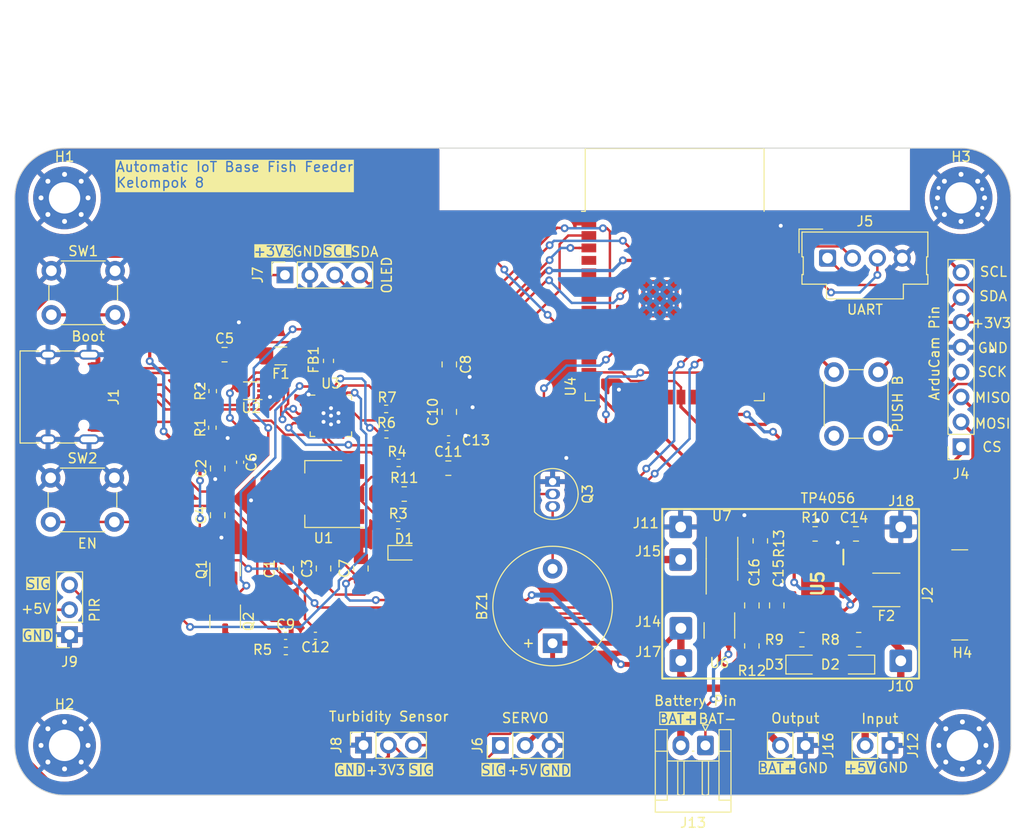
<source format=kicad_pcb>
(kicad_pcb (version 20240108) (generator "pcbnew") (generator_version "8.0")
  (layers (0 "F.Cu" signal) (31 "B.Cu" signal) (34 "B.Paste" user) (35 "F.Paste" user) (36 "B.SilkS" user "B.Silkscreen") (37 "F.SilkS" user "F.Silkscreen") (38 "B.Mask" user) (39 "F.Mask" user) (44 "Edge.Cuts" user))
  (net 0 "")
  (net 1 "+5V")
  (net 2 "Net-(BZ1-+)")
  (net 3 "GND")
  (net 4 "+3.3V")
  (net 5 "Net-(U3-VPP)")
  (net 6 "/EN")
  (net 7 "+3.3VA")
  (net 8 "/VBUS")
  (net 9 "/BAT-")
  (net 10 "Net-(U6-VCC)")
  (net 11 "Net-(D1-A)")
  (net 12 "Net-(D2-K)")
  (net 13 "Net-(D3-K)")
  (net 14 "Net-(F1-Pad1)")
  (net 15 "Net-(F2-Pad1)")
  (net 16 "+5VP")
  (net 17 "Net-(J1-CC1)")
  (net 18 "Net-(J1-D+-PadA6)")
  (net 19 "Net-(J1-D--PadA7)")
  (net 21 "Net-(J1-CC2)")
  (net 25 "unconnected-(J2-SHIELD-PadS1)")
  (net 26 "/ESP_GPIO19")
  (net 27 "+3V3")
  (net 28 "/TX")
  (net 29 "/RX")
  (net 30 "/SERVO")
  (net 31 "/SCL")
  (net 32 "/SDA")
  (net 33 "/ESP_GPIO16")
  (net 34 "/ESP_GPIO17")
  (net 35 "/DTR")
  (net 36 "/RTS")
  (net 37 "/IO0")
  (net 38 "Net-(Q3-B)")
  (net 39 "Net-(U3-~{RST})")
  (net 40 "Net-(U3-TXD)")
  (net 41 "Net-(U3-RXD)")
  (net 42 "Net-(U5-~{CHRG})")
  (net 43 "Net-(U5-~{STDBY})")
  (net 44 "Net-(U5-PROG)")
  (net 45 "Net-(U6-CS)")
  (net 46 "Net-(U3-D-)")
  (net 47 "Net-(U3-D+)")
  (net 67 "/SCK")
  (net 68 "/MISO")
  (net 69 "/MOSI")
  (net 75 "/CS")
  (net 79 "/BUZZER")
  (net 82 "Net-(U6-OD)")
  (net 83 "Net-(U6-OC)")
  (footprint "Capacitor_SMD:C_0805_2012Metric_Pad1.18x1.45mm_HandSolder" (layer "F.Cu") (at 120.4253 108.8644)
    (property "Reference" "C11")
    (property "Value" "22u" (hide yes))
  )
  (footprint "Package_TO_SOT_SMD:SOT-23" (layer "F.Cu") (at 97.663 124.5085 -90)
    (property "Reference" "Q2")
    (property "Value" "BC847")
  )
  (footprint "Resistor_SMD:R_0402_1005Metric_Pad0.72x0.64mm_HandSolder" (layer "F.Cu") (at 96.393 101.0025 90)
    (property "Reference" "R2")
    (property "Value" "5K1" (hide yes))
  )
  (footprint "Capacitor_SMD:C_0402_1005Metric_Pad0.74x0.62mm_HandSolder" (layer "F.Cu") (at 106.8675 125.975 180)
    (property "Reference" "C12")
    (property "Value" "100n" (hide yes))
  )
  (footprint "Capacitor_SMD:C_0805_2012Metric_Pad1.18x1.45mm_HandSolder" (layer "F.Cu") (at 111.506 119.1045 90)
    (property "Reference" "C7")
    (property "Value" "4u7" (hide yes))
  )
  (footprint "Connector_PinSocket_2.54mm:PinSocket_1x08_P2.54mm_Vertical" (layer "F.Cu") (at 172.72 106.68 180)
    (property "Reference" "J4")
    (property "Value" "Camera pin" (hide yes))
  )
  (footprint "Package_TO_SOT_SMD:SOT-666" (layer "F.Cu") (at 100.33 100.965 180)
    (property "Reference" "U2")
    (property "Value" "USBLC6-2P6" (hide yes))
  )
  (footprint "Connector_Wire:SolderWire-0.5sqmm_1x01_D0.9mm_OD2.3mm" (layer "F.Cu") (at 166.5732 128.529)
    (property "Reference" "J10")
    (property "Value" "VBus")
  )
  (footprint "Connector_PinHeader_2.54mm:PinHeader_1x02_P2.54mm_Vertical" (layer "F.Cu") (at 156.845 137.16 -90)
    (property "Reference" "J16")
    (property "Value" "Output" (hide yes))
  )
  (footprint "Connector_Wire:SolderWire-0.5sqmm_1x01_D0.9mm_OD2.3mm" (layer "F.Cu") (at 144.1196 114.8638)
    (property "Reference" "J11")
    (property "Value" "GND")
  )
  (footprint "Resistor_SMD:R_0402_1005Metric_Pad0.72x0.64mm_HandSolder" (layer "F.Cu") (at 103.8525 127.525 180)
    (property "Reference" "R5")
    (property "Value" "10K" (hide yes))
  )
  (footprint "Package_TO_SOT_THT:TO-92_Inline" (layer "F.Cu") (at 131.064 110.236 -90)
    (property "Reference" "Q3")
    (property "Value" "S8050")
  )
  (footprint "Capacitor_SMD:C_0805_2012Metric_Pad1.18x1.45mm_HandSolder" (layer "F.Cu") (at 103.886 119.1475 90)
    (property "Reference" "C1")
    (property "Value" "22u" (hide yes))
  )
  (footprint "Package_TO_SOT_SMD:SOT-223-3_TabPin2" (layer "F.Cu") (at 107.696 111.506 180)
    (property "Reference" "U1")
    (property "Value" "TLV1117LV-3.3" (hide yes))
  )
  (footprint "Package_TO_SOT_SMD:SOT-23-6" (layer "F.Cu") (at 148.0718 125.4247 -90)
    (property "Reference" "U6")
    (property "Value" "DW01" (hide yes))
  )
  (footprint "MountingHole:MountingHole_3.2mm_M3_Pad_Via" (layer "F.Cu") (at 172.72 81.28)
    (property "Reference" "H3")
    (property "Value" "Hole_Pad" (hide yes))
  )
  (footprint "Capacitor_SMD:C_0402_1005Metric_Pad0.74x0.62mm_HandSolder" (layer "F.Cu") (at 99.187 108.2585 -90)
    (property "Reference" "C6")
    (property "Value" "100n" (hide yes))
  )
  (footprint "Button_Switch_THT:SW_PUSH_6mm_H13mm" (layer "F.Cu") (at 164.266 99.06 -90)
    (property "Reference" "PUSH B")
    (property "Value" "SW_Push")
  )
  (footprint "Capacitor_SMD:C_0402_1005Metric_Pad0.74x0.62mm_HandSolder" (layer "F.Cu") (at 103.8265 125.984)
    (property "Reference" "C9")
    (property "Value" "100n" (hide yes))
  )
  (footprint "Resistor_SMD:R_0402_1005Metric_Pad0.72x0.64mm_HandSolder" (layer "F.Cu") (at 114.0847 102.8192 180)
    (property "Reference" "R7")
    (property "Value" "22R" (hide yes))
  )
  (footprint "Capacitor_SMD:C_0805_2012Metric_Pad1.18x1.45mm_HandSolder" (layer "F.Cu") (at 120.523 98.2765 -90)
    (property "Reference" "C8")
    (property "Value" "4u7" (hide yes))
  )
  (footprint "Resistor_SMD:R_0402_1005Metric_Pad0.72x0.64mm_HandSolder" (layer "F.Cu") (at 96.3555 104.7375 -90)
    (property "Reference" "R1")
    (property "Value" "5K1" (hide yes))
  )
  (footprint "Capacitor_SMD:C_0805_2012Metric_Pad1.18x1.45mm_HandSolder" (layer "F.Cu") (at 107.696 119.1045 90)
    (property "Reference" "C3")
    (property "Value" "22u" (hide yes))
  )
  (footprint "Fuse:Fuse_1206_3216Metric_Pad1.42x1.75mm_HandSolder" (layer "F.Cu") (at 103.3415 97.409 180)
    (property "Reference" "F1")
    (property "Value" "Polyfuse 1A" (hide yes))
  )
  (footprint "MountingHole:MountingHole_3.2mm_M3_Pad_Via" (layer "F.Cu") (at 81.28 81.28)
    (property "Reference" "H1")
    (property "Value" "Hole_Pad" (hide yes))
  )
  (footprint "LED_SMD:LED_0603_1608Metric_Pad1.05x0.95mm_HandSolder" (layer "F.Cu") (at 115.9256 117.5004)
    (property "Reference" "D1")
    (property "Value" "GREEN" (hide yes))
  )
  (footprint "Capacitor_SMD:C_0805_2012Metric" (layer "F.Cu") (at 97.602 97.282 180)
    (property "Reference" "C5")
    (property "Value" "22u" (hide yes))
  )
  (footprint "Capacitor_SMD:C_0805_2012Metric_Pad1.18x1.45mm_HandSolder" (layer "F.Cu") (at 120.523 103.124 90)
    (property "Reference" "C10")
    (property "Value" "22u" (hide yes))
  )
  (footprint "Resistor_SMD:R_0805_2012Metric" (layer "F.Cu") (at 156.4875 126.37 180)
    (property "Reference" "R9")
    (property "Value" "1k" (hide yes))
  )
  (footprint "LED_SMD:LED_0805_2012Metric" (layer "F.Cu") (at 162.2275 128.91 180)
    (property "Reference" "D2")
    (property "Value" "Red" (hide yes))
  )
  (footprint "Capacitor_SMD:C_0402_1005Metric_Pad0.74x0.62mm_HandSolder" (layer "F.Cu") (at 120.4468 105.918)
    (property "Reference" "C13")
    (property "Value" "100n" (hide yes))
  )
  (footprint "Resistor_SMD:R_0402_1005Metric_Pad0.72x0.64mm_HandSolder" (layer "F.Cu") (at 114.1113 105.41)
    (property "Reference" "R6")
    (property "Value" "22R" (hide yes))
  )
  (footprint "RF_Module:ESP32-WROOM-32D" (layer "F.Cu") (at 143.51 92.1)
    (property "Reference" "U4")
    (property "Value" "ESP32-WROOM-32D")
  )
  (footprint "Inductor_SMD:L_0603_1608Metric_Pad1.05x0.95mm_HandSolder" (layer "F.Cu") (at 108.204 97.917 90)
    (property "Reference" "FB1")
    (property "Value" "BLM21PG221" (hide yes))
  )
  (footprint "Connector_PinSocket_2.54mm:PinSocket_1x03_P2.54mm_Vertical" (layer "F.Cu") (at 111.775 137.135 90)
    (property "Reference" "J8")
    (property "Value" "Turbidity Sensor")
  )
  (footprint "Connector_USB:USB_C_Receptacle_HRO_TYPE-C-31-M-12" (layer "F.Cu") (at 80.645 101.6 -90)
    (property "Reference" "J1")
    (property "Value" "USB_C_Receptacle_USB2.0")
  )
  (footprint "Capacitor_SMD:C_0805_2012Metric" (layer "F.Cu") (at 162.005 115.575 180)
    (property "Reference" "C14")
    (property "Value" "10uF" (hide yes))
  )
  (footprint "Button_Switch_THT:SW_PUSH_6mm_H13mm" (layer "F.Cu") (at 79.86 109.855)
    (property "Reference" "SW2")
    (property "Value" "EN")
  )
  (footprint "Connector_PinSocket_2.54mm:PinSocket_1x04_P2.54mm_Vertical" (layer "F.Cu") (at 103.759 89.154 90)
    (property "Reference" "J7")
    (property "Value" "OLED")
  )
  (footprint "Connector_PinSocket_2.54mm:PinSocket_1x03_P2.54mm_Vertical" (layer "F.Cu") (at 81.788 125.857 180)
    (property "Reference" "J9")
    (property "Value" "PIR")
  )
  (footprint "MountingHole:MountingHole_3.2mm_M3_Pad_Via" (layer "F.Cu") (at 172.86 137.16)
    (property "Reference" "H4")
    (property "Value" "Hole_Pad" (hide yes))
  )
  (footprint "Resistor_SMD:R_0805_2012Metric" (layer "F.Cu") (at 162.2825 126.37 180)
    (property "Reference" "R8")
    (property "Value" "1k" (hide yes))
  )
  (footprint "Resistor_SMD:R_0805_2012Metric" (layer "F.Cu") (at 152.2476 116.2843 90)
    (property "Reference" "R13")
    (property "Value" "1k" (hide yes))
  )
  (footprint "Connector_USB:USB_C_Receptacle_GCT_USB4135-GF-A_6P_TopMnt_Horizontal" (layer "F.Cu") (at 173.8122 121.7988 90)
    (property "Reference" "J2")
    (property "Value" "USB_C_Receptacle_PowerOnly_6P")
  )
  (footprint "Connector_Molex:Molex_SL_171971-0004_1x04_P2.54mm_Vertical" (layer "F.Cu") (at 159.1056 87.4268)
    (property "Reference" "J5")
    (property "Value" "UART")
  )
  (footprint "Buzzer_Beeper:Buzzer_12x9.5RM7.6" (layer "F.Cu") (at 131.064 126.736 90)
    (property "Reference" "BZ1")
    (property "Value" "Buzzer")
  )
  (footprint "Capacitor_SMD:C_0805_2012Metric" (layer "F.Cu") (at 151.384 122.875 -90)
    (property "Reference" "C16")
    (property "Value" "0.1uF" (hide yes))
  )
  (footprint "Button_Switch_THT:SW_PUSH_6mm_H13mm" (layer "F.Cu") (at 79.935 88.718)
    (property "Reference" "SW1")
    (property "Value" "Boot")
  )
  (footprint "MountingHole:MountingHole_3.2mm_M3_Pad_Via" (layer "F.Cu") (at 81.28 137.16)
    (property "Reference" "H2")
    (property "Value" "Hole_Pad" (hide yes))
  )
  (footprint "Resistor_SMD:R_0402_1005Metric_Pad0.72x0.64mm_HandSolder" (layer "F.Cu") (at 115.316 114.681)
    (property "Reference" "R3")
    (property "Value" "1K" (hide yes))
  )
  (footprint "Resistor_SMD:R_0805_2012Metric" (layer "F.Cu") (at 157.8375 115.575 180)
    (property "Reference" "R10")
    (property "Value" "1.2K" (hide yes))
  )
  (footprint "LED_SMD:LED_0805_2012Metric" (layer "F.Cu") (at 156.5425 128.91)
    (property "Reference" "D3")
    (property "Value" "Green" (hide yes))
  )
  (footprint "Connector_JST:JST_EH_S2B-EH_1x02_P2.50mm_Horizontal" (layer "F.Cu") (at 146.645 137.16 180)
    (property "Reference" "J13")
    (property "Value" "Battery Pin" (hide yes))
  )
  (footprint "Resistor_SMD:R_0402_1005Metric_Pad0.72x0.64mm_HandSolder" (layer "F.Cu") (at 115.3535 108.331 180)
    (property "Reference" "R4")
    (property "Value" "10K" (hide yes))
  )
  (footprint "Connector_Wire:SolderWire-0.5sqmm_1x01_D0.9mm_OD2.3mm" (layer "F.Cu") (at 144.145 125.2016)
    (property "Reference" "J14")
    (property "Value" "BAT+")
  )
  (footprint "Resistor_SMD:R_0805_2012Metric" (layer "F.Cu") (at 151.384 127.005 90)
    (property "Reference" "R12")
    (property "Value" "100" (hide yes))
  )
  (footprint "Package_TO_SOT_SMD:SOT-23" (layer "F.Cu") (at 97.663 119.2045 90)
    (property "Reference" "Q1")
    (property "Value" "BC847" (hide yes))
  )
  (footprint "Package_DFN_QFN:QFN-24-1EP_4x4mm_P0.5mm_EP2.6x2.6mm" (layer "F.Cu") (at 108.4476 103.52)
    (property "Reference" "U3")
    (property "Value" "CP2104" (hide yes))
  )
  (footprint "Connector_PinHeader_2.54mm:PinHeader_1x03_P2.54mm_Vertical" (layer "F.Cu") (at 125.73 137.16 90)
    (property "Reference" "J6")
    (property "Value" "SERVO" (hide yes))
  )
  (footprint "Connector_Wire:SolderWire-0.5sqmm_1x01_D0.9mm_OD2.3mm" (layer "F.Cu") (at 144.145 128.5036)
    (property "Reference" "J17")
    (property "Value" "BAT+")
  )
  (footprint "Capacitor_SMD:C_0805_2012Metric" (layer "F.Cu") (at 153.924 122.875 90)
    (property "Reference" "C15")
    (property "Value" "10uF" (hide yes))
  )
  (footprint "Connector_Wire:SolderWire-0.5sqmm_1x01_D0.9mm_OD2.3mm" (layer "F.Cu") (at 144.1196 118.1912)
    (property "Reference" "J15")
    (property "Value" "BAT-")
  )
  (footprint "Fuse:Fuse_1812_4532Metric" (layer "F.Cu") (at 165.1 121.29 180)
    (property "Reference" "F2")
    (property "Value" "Fuse")
  )
  (footprint "Resistor_SMD:R_0805_2012Metric" (layer "F.Cu") (at 115.9275 111.506)
    (property "Reference" "R11")
    (property "Value" "470" (hide yes))
  )
  (footprint "Capacitor_SMD:C_0805_2012Metric" (layer "F.Cu") (at 96.901 113.665 90)
    (property "Reference" "C4")
    (property "Value" "0.1uF/50V(10%)" (hide yes))
  )
  (footprint "Package_SO:TSSOP-8_4.4x3mm_P0.65mm" (layer "F.Cu") (at 148.336 118.115 90)
    (property "Reference" "U7")
    (property "Value" "FS8205A" (hide yes))
  )
  (footprint "TP4056:SOIC127P600X175-9N" (layer "F.Cu") (at 158.115 120.65 -90)
    (property "Reference" "U5")
    (property "Value" "TP4056" (hide yes))
  )
  (footprint "Connector_Wire:SolderWire-0.5sqmm_1x01_D0.9mm_OD2.3mm" (layer "F.Cu") (at 166.5732 114.8638)
    (property "Reference" "J18")
    (property "Value" "GND")
  )
  (footprint "Capacitor_SMD:C_0805_2012Metric" (layer "F.Cu") (at 96.901 108.9 90)
    (property "Reference" "C2")
    (property "Value" "0.1uF/50V(10%)" (hide yes))
  )
  (footprint "Connector_PinHeader_2.54mm:PinHeader_1x02_P2.54mm_Vertical" (layer "F.Cu") (at 165.481 137.16 -90)
    (property "Reference" "J12")
    (property "Value" "Input" (hide yes))
  )
  (gr_rect (start 142.24 113.035) (end 168.44 130.335) (stroke (width 0.2)) (fill none) (layer "F.SilkS"))
  (gr_arc (start 177.8 137.16) (mid 176.312102 140.752102) (end 172.72 142.24) (stroke (width 0.1)) (layer "Edge.Cuts"))
  (gr_arc (start 172.72 76.2) (mid 176.312102 77.687898) (end 177.8 81.28) (stroke (width 0.1)) (layer "Edge.Cuts"))
  (gr_line (start 81.28 76.2) (end 172.72 76.2) (stroke (width 0.1)) (layer "Edge.Cuts"))
  (gr_line (start 172.72 142.24) (end 81.28 142.24) (stroke (width 0.1)) (layer "Edge.Cuts"))
  (gr_line (start 76.2 137.16) (end 76.2 81.28) (stroke (width 0.1)) (layer "Edge.Cuts"))
  (gr_line (start 177.8 81.28) (end 177.8 137.16) (stroke (width 0.1)) (layer "Edge.Cuts"))
  (gr_arc (start 81.28 142.24) (mid 77.687898 140.752102) (end 76.2 137.16) (stroke (width 0.1)) (layer "Edge.Cuts"))
  (gr_arc (start 76.2 81.28) (mid 77.687898 77.687898) (end 81.28 76.2) (stroke (width 0.1)) (layer "Edge.Cuts"))
  (gr_text "CS" (at 174.8028 107.2896 0) (layer "F.SilkS") (effects (font (size 1 1)) (justify left bottom)))
  (gr_text "+3V3" (at 100.4824 87.3252 0) (layer "F.SilkS" knockout) (effects (font (size 1 1)) (justify left bottom)))
  (gr_text "SIG" (at 123.698 140.2588 0) (layer "F.SilkS" knockout) (effects (font (size 1 1)) (justify left bottom)))
  (gr_text "SIG" (at 116.332 140.2588 0) (layer "F.SilkS" knockout) (effects (font (size 1 1)) (justify left bottom)))
  (gr_text "SIG" (at 77.2668 121.2596 0) (layer "F.SilkS" knockout) (effects (font (size 1 1)) (justify left bottom)))
  (gr_text "+5V" (at 76.7588 123.7996 0) (layer "F.SilkS") (effects (font (size 1 1)) (justify left bottom)))
  (gr_text "MISO" (at 174.0408 102.2604 0) (layer "F.SilkS") (effects (font (size 1 1)) (justify left bottom)))
  (gr_text "SERVO" (at 128.27 134.366 0) (layer "F.SilkS") (effects (font (size 1 1))))
  (gr_text "GND" (at 174.3456 97.1804 0) (layer "F.SilkS") (effects (font (size 1 1)) (justify left bottom)))
  (gr_text "SCL" (at 107.5944 87.3252 0) (layer "F.SilkS" knockout) (effects (font (size 1 1)) (justify left bottom)))
  (gr_text "SCK" (at 174.3456 99.6188 0) (layer "F.SilkS") (effects (font (size 1 1)) (justify left bottom)))
  (gr_text "UART" (at 160.9852 93.2688 0) (layer "F.SilkS") (effects (font (size 1 1)) (justify left bottom)))
  (gr_text "BAT+" (at 141.7828 135.0264 0) (layer "F.SilkS" knockout) (effects (font (size 1 1)) (justify left bottom)))
  (gr_text "GND\n" (at 104.4448 87.3252 0) (layer "F.SilkS") (effects (font (size 1 1)) (justify left bottom)))
  (gr_text "+3V3" (at 111.9124 140.2588 0) (layer "F.SilkS") (effects (font (size 1 1)) (justify left bottom)))
  (gr_text "Input" (at 162.4584 135.0264 0) (layer "F.SilkS") (effects (font (size 1 1)) (justify left bottom)))
  (gr_text "SCL" (at 174.5488 89.408 0) (layer "F.SilkS") (effects (font (size 1 1)) (justify left bottom)))
  (gr_text "BAT-" (at 145.8468 135.0264 0) (layer "F.SilkS") (effects (font (size 1 1)) (justify left bottom)))
  (gr_text "Battery Pin" (at 141.3256 133.1976 0) (layer "F.SilkS") (effects (font (size 1 1)) (justify left bottom)))
  (gr_text "Output" (at 153.2636 134.9756 0) (layer "F.SilkS") (effects (font (size 1 1)) (justify left bottom)))
  (gr_text "ArduCam Pin" (at 170.5864 102.0572 90) (layer "F.SilkS") (effects (font (size 1 1)) (justify left bottom)))
  (gr_text "SDA" (at 110.3884 87.376 0) (layer "F.SilkS") (effects (font (size 1 1)) (justify left bottom)))
  (gr_text "GND\n" (at 108.7628 140.2588 0) (layer "F.SilkS" knockout) (effects (font (size 1 1)) (justify left bottom)))
  (gr_text "TP4056" (at 156.2608 112.522 0) (layer "F.SilkS") (effects (font (size 1 1)) (justify left bottom)))
  (gr_text "Automatic IoT Base Fish Feeder\nKelompok 8" (at 86.4616 80.3148 0) (layer "F.SilkS" knockout) (effects (font (size 1 1)) (justify left bottom)))
  (gr_text "GND\n" (at 129.7432 140.3096 0) (layer "F.SilkS" knockout) (effects (font (size 1 1)) (justify left bottom)))
  (gr_text "GND\n" (at 76.9112 126.5428 0) (layer "F.SilkS" knockout) (effects (font (size 1 1)) (justify left bottom)))
  (gr_text "SDA" (at 174.498 91.8972 0) (layer "F.SilkS") (effects (font (size 1 1)) (justify left bottom)))
  (gr_text "+5V" (at 126.3396 140.2588 0) (layer "F.SilkS") (effects (font (size 1 1)) (justify left bottom)))
  (gr_text "GND" (at 156.0068 140.0556 0) (layer "F.SilkS") (effects (font (size 1 1)) (justify left bottom)))
  (gr_text "+3V3" (at 173.736 94.6404 0) (layer "F.SilkS") (effects (font (size 1 1)) (justify left bottom)))
  (gr_text "BAT+" (at 151.9428 140.0556 0) (layer "F.SilkS" knockout) (effects (font (size 1 1)) (justify left bottom)))
  (gr_text "+5V" (at 160.782 140.0556 0) (layer "F.SilkS" knockout) (effects (font (size 1 1)) (justify left bottom)))
  (gr_text "MOSI" (at 174.0408 104.902 0) (layer "F.SilkS") (effects (font (size 1 1)) (justify left bottom)))
  (gr_text "GND" (at 164.1856 140.0048 0) (layer "F.SilkS") (effects (font (size 1 1)) (justify left bottom)))
  (segment (start 99.187 104.8258) (end 98.1456 103.7844) (width 0.25) (layer "F.Cu") (net 1))
  (segment (start 138.0236 128.8796) (end 138.0744 128.9304) (width 0.5) (layer "F.Cu") (net 1))
  (segment (start 152.084 127.9175) (end 151.384 127.9175) (width 0.75) (layer "F.Cu") (net 1))
  (segment (start 154.387 123.362) (end 153.924 123.825) (width 0.75) (layer "F.Cu") (net 1))
  (segment (start 98.1456 103.7844) (end 98.1456 103.7336) (width 0.25) (layer "F.Cu") (net 1))
  (segment (start 109.982 120.65) (end 110.0836 120.5484) (width 0.25) (layer "F.Cu") (net 1))
  (segment (start 98.552 100.587) (end 98.552 97.282) (width 0.33) (layer "F.Cu") (net 1))
  (segment (start 102.836 115.6908) (end 103.2616 115.2652) (width 0.25) (layer "F.Cu") (net 1))
  (segment (start 144.145 128.5036) (end 144.145 130.048) (width 0.5) (layer "F.Cu") (net 1))
  (segment (start 97.4344 111.252) (end 98.3996 110.2868) (width 0.25) (layer "F.Cu") (net 1))
  (segment (start 153.924 123.825) (end 153.924 126.0775) (width 0.75) (layer "F.Cu") (net 1))
  (segment (start 81.788 123.317) (end 80.2386 123.317) (width 0.25) (layer "F.Cu") (net 1))
  (segment (start 109.5 118.325) (end 109.5 116.5612) (width 0.25) (layer "F.Cu") (net 1))
  (segment (start 142.6106 126.736) (end 142.6056 126.736) (width 0.5) (layer "F.Cu") (net 1))
  (segment (start 80.2386 123.317) (end 78.1812 121.2596) (width 0.25) (layer "F.Cu") (net 1))
  (segment (start 107.1976 105.4575) (end 107.6976 105.4575) (width 0.25) (layer "F.Cu") (net 1))
  (segment (start 102.836 119.135) (end 102.836 115.6908) (width 0.25) (layer "F.Cu") (net 1))
  (segment (start 108.204 115.2652) (end 103.2616 115.2652) (width 0.25) (layer "F.Cu") (net 1))
  (segment (start 151.384 129.54) (end 151.384 127.9175) (width 0.5) (layer "F.Cu") (net 1))
  (segment (start 92.0496 108.204) (end 95.0976 111.252) (width 0.25) (layer "F.Cu") (net 1))
  (segment (start 99.9882 104.0246) (end 99.187 104.8258) (width 0.25) (layer "F.Cu") (net 1))
  (segment (start 95.0976 111.252) (end 97.4344 111.252) (width 0.25) (layer "F.Cu") (net 1))
  (segment (start 98.3996 108.204) (end 98.9126 107.691) (width 0.25) (layer "F.Cu") (net 1))
  (segment (start 98.1456 101.219) (end 98.1456 100.9934) (width 0.25) (layer "F.Cu") (net 1))
  (segment (start 98.1456 103.7336) (end 98.0948 103.7336) (width 0.25) (layer "F.Cu") (net 1))
  (segment (start 131.064 126.736) (end 131.064 134.366) (width 0.5) (layer "F.Cu") (net 1))
  (segment (start 98.9126 107.691) (end 99.187 107.691) (width 0.25) (layer "F.Cu") (net 1))
  (segment (start 101.3968 109.9312) (end 102.122 109.206) (width 0.25) (layer "F.Cu") (net 1))
  (segment (start 109.2344 107.5944) (end 110.846 109.206) (width 0.25) (layer "F.Cu") (net 1))
  (segment (start 99.405 100.965) (end 98.93 100.965) (width 0.33) (layer "F.Cu") (net 1))
  (segment (start 142.6106 126.736) (end 144.145 125.2016) (width 0.5) (layer "F.Cu") (net 1))
  (segment (start 78.1812 121.2596) (end 78.1812 109.0676) (width 0.25) (layer "F.Cu") (net 1))
  (segment (start 98.0948 103.7336) (end 98.044 103.6828) (width 0.25) (layer "F.Cu") (net 1))
  (segment (start 98.93 100.965) (end 98.552 100.587) (width 0.33) (layer "F.Cu") (net 1))
  (segment (start 131.064 126.736) (end 142.6106 126.736) (width 0.5) (layer "F.Cu") (net 1))
  (segment (start 110.49 120.142) (end 109.982 120.65) (width 0.25) (layer "F.Cu") (net 1))
  (segment (start 109.5 116.5612) (end 108.204 115.2652) (width 0.25) (layer "F.Cu") (net 1))
  (segment (start 156.21 123.362) (end 154.387 123.362) (width 0.75) (layer "F.Cu") (net 1))
  (segment (start 107.6976 106.0576) (end 109.2344 107.5944) (width 0.25) (layer "F.Cu") (net 1))
  (segment (start 153.924 126.0775) (end 152.084 127.9175) (width 0.75) (layer "F.Cu") (net 1))
  (segment (start 144.145 130.048) (end 145.415 131.318) (width 0.75) (layer "F.Cu") (net 1))
  (segment (start 111.506 120.142) (end 110.49 120.142) (width 0.25) (layer "F.Cu") (net 1))
  (segment (start 140.4112 128.9304) (end 138.0236 128.8796) (width 0.5) (layer "F.Cu") (net 1))
  (segment (start 103.790405 105.4575) (end 102.357505 104.0246) (width 0.25) (layer "F.Cu") (net 1))
  (segment (start 79.0448 108.204) (end 92.0496 108.204) (width 0.25) (layer "F.Cu") (net 1))
  (segment (start 111.506 120.142) (end 111.317 120.142) (width 0.25) (layer "F.Cu") (net 1))
  (segment (start 103.886 120.185) (end 102.836 119.135) (width 0.25) (layer "F.Cu") (net 1))
  (segment (start 98.1456 100.9934) (end 98.552 100.587) (width 0.25) (layer "F.Cu") (net 1))
  (segment (start 142.6056 126.736) (end 140.4112 128.9304) (width 0.5) (layer "F.Cu") (net 1))
  (segment (start 98.3996 110.2868) (end 98.3996 108.204) (width 0.25) (layer "F.Cu") (net 1))
  (segment (start 113.03 122.3264) (end 128.4224 122.3264) (width 0.25) (layer "F.Cu") (net 1))
  (segment (start 102.357505 104.0246) (end 99.9882 104.0246) (width 0.25) (layer "F.Cu") (net 1))
  (segment (start 149.606 131.318) (end 151.384 129.54) (width 0.75) (layer "F.Cu") (net 1))
  (segment (start 144.145 125.2016) (end 144.145 128.5036) (width 0.75) (layer "F.Cu") (net 1))
  (segment (start 107.6976 105.4575) (end 107.6976 106.0576) (width 0.25) (layer "F.Cu") (net 1))
  (segment (start 144.145 128.5036) (end 144.145 137.16) (width 0.75) (layer "F.Cu") (net 1))
  (segment (start 110.846 109.12471) (end 110.846 109.206) (width 0.33) (layer "F.Cu") (net 1))
  (segment (start 99.187 107.691) (end 99.187 104.8258) (width 0.25) (layer "F.Cu") (net 1))
  (segment (start 101.727 97.282) (end 101.854 97.409) (width 0.33) (layer "F.Cu") (net 1))
  (segment (start 103.2616 115.2652) (end 101.3968 113.4004) (width 0.25) (layer "F.Cu") (net 1))
  (segment (start 98.552 97.282) (end 101.727 97.282) (width 0.75) (layer "F.Cu") (net 1))
  (segment (start 78.1812 109.0676) (end 79.0448 108.204) (width 0.25) (layer "F.Cu") (net 1))
  (segment (start 107.1976 105.4575) (end 103.790405 105.4575) (width 0.25) (layer "F.Cu") (net 1))
  (segment (start 128.4224 122.3264) (end 128.9304 121.8184) (width 0.25) (layer "F.Cu") (net 1))
  (segment (start 151.384 134.239) (end 154.305 137.16) (width 0.75) (layer "F.Cu") (net 1))
  (segment (start 101.3968 113.4004) (end 101.3968 109.9312) (width 0.25) (layer "F.Cu") (net 1))
  (segment (start 151.384 127.9175) (end 151.384 134.239) (width 0.75) (layer "F.Cu") (net 1))
  (segment (start 111.317 120.142) (end 109.5 118.325) (width 0.25) (layer "F.Cu") (net 1))
  (segment (start 145.415 131.318) (end 149.606 131.318) (width 0.75) (layer "F.Cu") (net 1))
  (segment (start 131.064 134.366) (end 128.27 137.16) (width 0.5) (layer "F.Cu") (net 1))
  (segment (start 102.122 109.206) (end 110.846 109.206) (width 0.25) (layer "F.Cu") (net 1))
  (via (at 98.1456 103.7336) (size 0.8) (drill 0.4) (layers "F.Cu" "B.Cu") (net 1))
  (via (at 128.9304 121.8184) (size 0.8) (drill 0.4) (layers "F.Cu" "B.Cu") (net 1))
  (via (at 98.1456 101.219) (size 0.8) (drill 0.4) (layers "F.Cu" "B.Cu") (net 1))
  (via (at 113.03 122.3264) (size 0.8) (drill 0.4) (layers "F.Cu" "B.Cu") (net 1))
  (via (at 109.982 120.65) (size 0.8) (drill 0.4) (layers "F.Cu" "B.Cu") (net 1))
  (via (at 138.0236 128.8796) (size 0.8) (drill 0.4) (layers "F.Cu" "B.Cu") (net 1))
  (segment (start 109.982 121.9708) (end 110.3884 122.3772) (width 0.25) (layer "B.Cu") (net 1))
  (segment (start 113.03 122.3264) (end 112.8268 122.3772) (width 0.25) (layer "B.Cu") (net 1))
  (segment (start 98.1456 101.219) (end 98.1456 103.7336) (width 0.25) (layer "B.Cu") (net 1))
  (segment (start 112.7252 122.3772) (end 113.03 122.3264) (width 0.25) (layer "B.Cu") (net 1))
  (segment (start 112.8268 122.3772) (end 112.776 122.3772) (width 0.25) (layer "B.Cu") (net 1))
  (segment (start 110.3884 122.3772) (end 112.7252 122.3772) (width 0.25) (layer "B.Cu") (net 1))
  (segment (start 138.0236 128.8796) (end 130.9624 121.8184) (width 0.5) (layer "B.Cu") (net 1))
  (segment (start 109.982 120.65) (end 109.982 121.9708) (width 0.25) (layer "B.Cu") (net 1))
  (segment (start 130.9624 121.8184) (end 128.9304 121.8184) (width 0.5) (layer "B.Cu") (net 1))
  (segment (start 131.064 119.136) (end 131.064 112.776) (width 0.25) (layer "F.Cu") (net 2))
  (segment (start 152.26 83.85) (end 154.081 83.85) (width 0.33) (layer "F.Cu") (net 3))
  (segment (start 172.72 96.52) (end 174.879 96.52) (width 0.33) (layer "F.Cu") (net 3))
  (segment (start 105.41 102.108) (end 105.41 102.362) (width 0.25) (layer "F.Cu") (net 3))
  (segment (start 96.393 100.405) (end 95.071 100.405) (width 0.25) (layer "F.Cu") (net 3))
  (segment (start 160.171 116.459) (end 161.055 115.575) (width 0.5) (layer "F.Cu") (net 3))
  (segment (start 148.661 115.2525) (end 148.661 114.384412) (width 0.5) (layer "F.Cu") (net 3))
  (segment (start 121.807 105.918) (end 122.175 105.55) (width 0.25) (layer "F.Cu") (net 3))
  (segment (start 101.83 100.965) (end 102.235 101.37) (width 0.25) (layer "F.Cu") (net 3))
  (segment (start 107.696 102.7684) (end 107.696 103.251) (width 0.25) (layer "F.Cu") (net 3))
  (segment (start 153.924 121.158) (end 154.305 120.777) (width 0.5) (layer "F.Cu") (net 3))
  (segment (start 150.622 113.665) (end 150.622 113.7462) (width 0.5) (layer "F.Cu") (net 3))
  (segment (start 120.523 102.0865) (end 122.3365 102.0865) (width 0.25) (layer "F.Cu") (net 3))
  (segment (start 106.3 125.975) (end 104.403 125.975) (width 0.25) (layer "F.Cu") (net 3))
  (segment (start 157.48 116.13) (end 157.48 117.938) (width 0.5) (layer "F.Cu") (net 3))
  (segment (start 121.0143 105.918) (end 121.807 105.918) (width 0.25) (layer "F.Cu") (net 3))
  (segment (start 150.622 113.7462) (end 152.2476 115.3718) (width 0.5) (layer "F.Cu") (net 3))
  (segment (start 95.071 100.405) (end 94.996 100.33) (width 0.25) (layer "F.Cu") (net 3))
  (segment (start 158.115 114.173) (end 156.925 115.363) (width 0.5) (layer "F.Cu") (net 3))
  (segment (start 96.901 115.697) (end 97.155 115.951) (width 0.25) (layer "F.Cu") (net 3))
  (segment (start 108.458 103.5304) (end 108.4476 103.52) (width 0.25) (layer "F.Cu") (net 3))
  (segment (start 150.5408 113.665) (end 150.5408 113.665) (width 0.5) (layer "F.Cu") (net 3))
  (segment (start 108.1786 103.251) (end 108.4326 103.505) (width 0.25) (layer "F.Cu") (net 3))
  (segment (start 106.172 101.346) (end 105.41 102.108) (width 0.25) (layer "F.Cu") (net 3))
  (segment (start 153.924 121.925) (end 153.924 121.158) (width 0.5) (layer "F.Cu") (net 3))
  (segment (start 107.696 103.251) (end 108.1786 103.251) (width 0.25) (layer "F.Cu") (net 3))
  (segment (start 106.5101 102.77) (end 107.6976 102.77) (width 0.25) (layer "F.Cu") (net 3))
  (segment (start 122.364 99.314) (end 122.6 99.55) (width 0.25) (layer "F.Cu") (net 3))
  (segment (start 101.255 100.965) (end 101.83 100.965) (width 0.25) (layer "F.Cu") (net 3))
  (segment (start 149.380412 113.665) (end 150.5408 113.665) (width 0.5) (layer "F.Cu") (net 3))
  (segment (start 97.461 105.335) (end 97.917 105.791) (width 0.25) (layer "F.Cu") (net 3))
  (segment (start 154.432 120.65) (end 154.305 120.777) (width 0.5) (layer "F.Cu") (net 3))
  (segment (start 160.147 116.459) (end 160.171 116.459) (width 0.5) (layer "F.Cu") (net 3))
  (segment (start 102.235 101.37) (end 102.235 101.6) (width 0.25) (layer "F.Cu") (net 3))
  (segment (start 154.3558 84.1248) (end 154.432 84.201) (width 0.33) (layer "F.Cu") (net 3))
  (segment (start 99.708 108.826) (end 100.584 107.95) (width 0.25) (layer "F.Cu") (net 3))
  (segment (start 108.458 103.505) (end 108.458 103.5304) (width 0.25) (layer "F.Cu") (net 3))
  (segment (start 105.41 102.362) (end 105.818 102.77) (width 0.25) (layer "F.Cu") (net 3))
  (segment (start 131.064 109.22) (end 132.461 107.823) (width 0.25) (layer "F.Cu") (net 3))
  (segment (start 131.064 110.236) (end 131.064 109.22) (width 0.25) (layer "F.Cu") (net 3))
  (segment (start 120.523 99.314) (end 122.364 99.314) (width 0.25) (layer "F.Cu") (net 3))
  (segment (start 107.6976 102.77) (end 107.696 102.7684) (width 0.25) (layer "F.Cu") (net 3))
  (segment (start 122.3365 102.0865) (end 122.9 102.65) (width 0.25) (layer "F.Cu") (net 3))
  (segment (start 160.02 116.61) (end 160.147 116.483) (width 0.5) (layer "F.Cu") (net 3))
  (segment (start 160.147 116.483) (end 160.147 116.459) (width 0.5) (layer "F.Cu") (net 3))
  (segment (start 108.4326 103.505) (end 108.458 103.505) (width 0.25) (layer "F.Cu") (net 3))
  (segment (start 148.011 115.2525) (end 148.661 115.2525) (width 0.5) (layer "F.Cu") (net 3))
  (segment (start 96.3555 105.335) (end 97.461 105.335) (width 0.25) (layer "F.Cu") (net 3))
  (segment (start 96.652 97.282) (end 96.652 96.388) (width 0.25) (layer "F.Cu") (net 3))
  (segment (start 96.901 114.615) (end 96.901 115.697) (width 0.25) (layer "F.Cu") (net 3))
  (segment (start 104.403 125.975) (end 104.394 125.984) (width 0.25) (layer "F.Cu") (net 3))
  (segment (start 174.879 96.52) (end 175.26 96.901) (width 0.33) (layer "F.Cu") (net 3))
  (segment (start 97.282 115.951) (end 97.282 116.078) (width 0.25) (layer "F.Cu") (net 3))
  (segment (start 154.432 120.777) (end 154.432 120.65) (width 0.5) (layer "F.Cu") (net 3))
  (segment (start 97.282 116.078) (end 97.2185 116.0145) (width 0.25) (layer "F.Cu") (net 3))
  (segment (start 154.305 120.777) (end 154.432 120.777) (width 0.5) (layer "F.Cu") (net 3))
  (segment (start 154.3304 84.0994) (end 154.3304 84.1248) (width 0.33) (layer "F.Cu") (net 3))
  (segment (start 175.26 96.901) (end 175.895 96.901) (width 0.33) (layer "F.Cu") (net 3))
  (segment (start 96.652 96.388) (end 99.06 93.98) (width 0.25) (layer "F.Cu") (net 3))
  (segment (start 160.02 117.938) (end 160.02 116.61) (width 0.5) (layer "F.Cu") (net 3))
  (segment (start 97.155 115.951) (end 97.282 115.951) (width 0.25) (layer "F.Cu") (net 3))
  (segment (start 156.925 115.363) (end 156.925 115.575) (width 0.5) (layer "F.Cu") (net 3))
  (segment (start 154.3304 84.1248) (end 154.3558 84.1248) (width 0.33) (layer "F.Cu") (net 3))
  (segment (start 150.5408 113.665) (end 150.622 113.665) (width 0.5) (layer "F.Cu") (net 3))
  (segment (start 154.081 83.85) (end 154.3304 84.0994) (width 0.33) (layer "F.Cu") (net 3))
  (segment (start 156.925 115.575) (end 157.48 116.13) (width 0.5) (layer "F.Cu") (net 3))
  (segment (start 105.818 102.77) (end 106.5101 102.77) (width 0.25) (layer "F.Cu") (net 3))
  (segment (start 99.187 108.826) (end 99.708 108.826) (width 0.25) (layer "F.Cu") (net 3))
  (segment (start 148.661 114.384412) (end 149.380412 113.665) (width 0.5) (layer "F.Cu") (net 3))
  (via (at 122.6 99.55) (size 0.8) (drill 0.4) (layers "F.Cu" "B.Cu") (net 3))
  (via (at 170.18 82.296) (size 0.8) (drill 0.4) (layers "F.Cu" "B.Cu") (net 3))
  (via (at 96.647 109.982) (size 0.8) (drill 0.4) (layers "F.Cu" "B.Cu") (net 3))
  (via (at 108.458 102.743) (size 0.8) (drill 0.4) (layers "F.Cu" "B.Cu") (net 3))
  (via (at 106.172 101.346) (size 0.8) (drill 0.4) (layers "F.Cu" "B.Cu") (net 3))
  (via (at 122.175 105.55) (size 0.8) (drill 0.4) (layers "F.Cu" "B.Cu") (net 3))
  (via (at 94.996 100.33) (size 0.8) (drill 0.4) (layers "F.Cu" "B.Cu") (net 3))
  (via (at 174.879 80.391) (size 0.8) (drill 0.4) (layers "F.Cu" "B.Cu") (net 3))
  (via (at 102.235 101.6) (size 0.8) (drill 0.4) (layers "F.Cu" "B.Cu") (net 3))
  (via (at 100.3 112.15) (size 0.8) (drill 0.4) (layers "F.Cu" "B.Cu") (net 3))
  (via (at 109.22 103.251) (size 0.8) (drill 0.4) (layers "F.Cu" "B.Cu") (net 3))
  (via (at 107.696 104.14) (size 0.8) (drill 0.4) (layers "F.Cu" "B.Cu") (net 3))
  (via (at 99.06 93.98) (size 0.8) (drill 0.4) (layers "F.Cu" "B.Cu") (net 3))
  (via (at 150.622 113.665) (size 0.8) (drill 0.4) (layers "F.Cu" "B.Cu") (net 3))
  (via (at 137.825 100.85) (size 0.8) (drill 0.4) (layers "F.Cu" "B.Cu") (net 3))
  (via (at 175.895 96.901) (size 0.8) (drill 0.4) (layers "F.Cu" "B.Cu") (net 3))
  (via (at 122.9 102.65) (size 0.8) (drill 0.4) (layers "F.Cu" "B.Cu") (net 3))
  (via (at 108.458 103.505) (size 0.8) (drill 0.4) (layers "F.Cu" "B.Cu") (net 3))
  (via (at 132.461 107.823) (size 0.8) (drill 0.4) (layers "F.Cu" "B.Cu") (net 3))
  (via (at 107.696 103.251) (size 0.8) (drill 0.4) (layers "F.Cu" "B.Cu") (net 3))
  (via (at 97.282 115.951) (size 0.8) (drill 0.4) (layers "F.Cu" "B.Cu") (net 3))
  (via (at 97.917 105.791) (size 0.8) (drill 0.4) (layers "F.Cu" "B.Cu") (net 3))
  (via (at 108.458 104.394) (size 0.8) (drill 0.4) (layers "F.Cu" "B.Cu") (net 3))
  (via (at 100.584 107.95) (size 0.8) (drill 0.4) (layers "F.Cu" "B.Cu") (net 3))
  (via (at 174.879 82.296) (size 0.8) (drill 0.4) (layers "F.Cu" "B.Cu") (net 3))
  (via (at 154.3304 84.1248) (size 0.8) (drill 0.4) (layers "F.Cu" "B.Cu") (net 3))
  (via (at 170.434 80.264) (size 0.8) (drill 0.4) (layers "F.Cu" "B.Cu") (net 3))
  (via (at 160.147 116.459) (size 0.8) (drill 0.4) (layers "F.Cu" "B.Cu") (net 3))
  (via (at 154.432 120.777) (size 0.8) (drill 0.4) (layers "F.Cu" "B.Cu") (net 3))
  (via (at 109.22 104.14) (size 0.8) (drill 0.4) (layers "F.Cu" "B.Cu") (net 3))
  (via (at 158.115 114.173) (size 0.8) (drill 0.4) (layers "F.Cu" "B.Cu") (net 3))
  (segment (start 102.997 101.981) (end 104.013 100.965) (width 0.25) (layer "B.Cu") (net 3))
  (segment (start 106.68 99.314) (end 107.188 99.822) (width 0.25) (layer "B.Cu") (net 3))
  (segment (start 104.013 99.949) (end 104.648 99.314) (width 0.25) (layer "B.Cu") (net 3))
  (segment (start 102.235 101.6) (end 102.616 101.981) (width 0.25) (layer "B.Cu") (net 3))
  (segment (start 104.648 99.314) (end 106.68 99.314) (width 0.25) (layer "B.Cu") (net 3))
  (segment (start 104.013 100.965) (end 104.013 99.949) (width 0.25) (layer "B.Cu") (net 3))
  (segment (start 107.188 100.33) (end 106.172 101.346) (width 0.25) (layer "B.Cu") (net 3))
  (segment (start 107.188 99.822) (end 107.188 100.33) (width 0.25) (layer "B.Cu") (net 3))
  (segment (start 102.616 101.981) (end 102.997 101.981) (width 0.25) (layer "B.Cu") (net 3))
  (segment (start 106.958 120.142) (end 107.696 120.142) (width 0.25) (layer "F.Cu") (net 4))
  (segment (start 120.523 104.1615) (end 123.0161 104.1615) (width 0.25) (layer "F.Cu") (net 4))
  (segment (start 107.435 125.885) (end 105.8 124.25) (width 0.25) (layer "F.Cu") (net 4))
  (segment (start 123.0161 104.1615) (end 124.3584 102.8192) (width 0.25) (layer "F.Cu") (net 4))
  (segment (start 104.546 111.506) (end 110.846 111.506) (width 0.25) (layer "F.Cu") (net 4))
  (segment (start 111.8616 121.7676) (end 108.9152 121.7676) (width 0.25) (layer "F.Cu") (net 4))
  (segment (start 113.284 115.316) (end 113.284 120.3452) (width 0.25) (layer "F.Cu") (net 4))
  (segment (start 131.7752 86.0044) (end 132.6596 85.12) (width 0.25) (layer "F.Cu") (net 4))
  (segment (start 110.846 111.506) (end 114.021 114.681) (width 0.25) (layer "F.Cu") (net 4))
  (segment (start 114.021 114.681) (end 114.7185 114.681) (width 0.25) (layer "F.Cu") (net 4))
  (segment (start 107.435 125.975) (end 107.435 125.885) (width 0.25) (layer "F.Cu") (net 4))
  (segment (start 123.0161 109.4955) (end 123.0161 104.1615) (width 0.25) (layer "F.Cu") (net 4))
  (segment (start 131.7752 90.7288) (end 131.7752 86.0044) (width 0.25) (layer "F.Cu") (net 4))
  (segment (start 104.45 127.525) (end 107.025 127.525) (width 0.25) (layer "F.Cu") (net 4))
  (segment (start 107.435 127.115) (end 107.435 125.975) (width 0.25) (layer "F.Cu") (net 4))
  (segment (start 105.8 121.3) (end 106.958 120.142) (width 0.25) (layer "F.Cu") (net 4))
  (segment (start 108.9152 121.7676) (end 107.696 120.5484) (width 0.25) (layer "F.Cu") (net 4))
  (segment (start 105.8 124.25) (end 105.8 121.3) (width 0.25) (layer "F.Cu") (net 4))
  (segment (start 107.696 120.5484) (end 107.696 120.142) (width 0.25) (layer "F.Cu") (net 4))
  (segment (start 124.3584 98.1456) (end 131.7752 90.7288) (width 0.25) (layer "F.Cu") (net 4))
  (segment (start 112.5732 109.7788) (end 117.856 109.7788) (width 0.25) (layer "F.Cu") (net 4))
  (segment (start 122.2176 110.294) (end 123.0161 109.4955) (width 0.25) (layer "F.Cu") (net 4))
  (segment (start 118.3712 110.294) (end 122.2176 110.294) (width 0.25) (layer "F.Cu") (net 4))
  (segment (start 113.919 114.681) (end 113.284 115.316) (width 0.25) (layer "F.Cu") (net 4))
  (segment (start 117.856 109.7788) (end 118.3712 110.294) (width 0.25) (layer "F.Cu") (net 4))
  (segment (start 124.3584 102.8192) (end 124.3584 98.1456) (width 0.25) (layer "F.Cu") (net 4))
  (segment (start 110.846 111.506) (end 112.5732 109.7788) (width 0.25) (layer "F.Cu") (net 4))
  (segment (start 114.7185 114.681) (end 113.919 114.681) (width 0.25) (layer "F.Cu") (net 4))
  (segment (start 113.284 120.3452) (end 111.8616 121.7676) (width 0.25) (layer "F.Cu") (net 4))
  (segment (start 107.025 127.525) (end 107.435 127.115) (width 0.25) (layer "F.Cu") (net 4))
  (segment (start 132.6596 85.12) (end 134.76 85.12) (width 0.25) (layer "F.Cu") (net 4))
  (segment (start 115.6208 98.6028) (end 116.9846 97.239) (width 0.25) (layer "F.Cu") (net 5))
  (segment (start 116.9846 97.239) (end 120.523 97.239) (width 0.25) (layer "F.Cu") (net 5))
  (segment (start 110.3851 103.27) (end 110.84734 103.27) (width 0.25) (layer "F.Cu") (net 5))
  (segment (start 110.84734 103.27) (end 111.56494 103.9876) (width 0.25) (layer "F.Cu") (net 5))
  (segment (start 111.56494 103.9876) (end 115.2652 103.9876) (width 0.25) (layer "F.Cu") (net 5))
  (segment (start 115.6208 103.632) (end 115.6208 98.6028) (width 0.25) (layer "F.Cu") (net 5))
  (segment (start 115.2652 103.9876) (end 115.6208 103.632) (width 0.25) (layer "F.Cu") (net 5))
  (segment (start 96.901 112.658305) (end 102.0572 107.502105) (width 0.25) (layer "F.Cu") (net 6))
  (segment (start 96.901 112.715) (end 96.901 112.658305) (width 0.25) (layer "F.Cu") (net 6))
  (segment (start 130.744872 87.63) (end 123.683672 94.6912) (width 0.25) (layer "F.Cu") (net 6))
  (segment (start 100.9396 115.5192) (end 100.9396 124.0646) (width 0.25) (layer "F.Cu") (net 6))
  (segment (start 90.8262 114.355) (end 92.4662 112.715) (width 0.25) (layer "F.Cu") (net 6))
  (segment (start 103.251 125.976) (end 103.259 125.984) (width 0.25) (layer "F.Cu") (net 6))
  (segment (start 103.259 127.521) (end 103.255 127.525) (width 0.25) (layer "F.Cu") (net 6))
  (segment (start 102.0572 107.502105) (end 102.0572 104.7496) (width 0.25) (layer "F.Cu") (net 6))
  (segment (start 86.36 114.355) (end 90.8262 114.355) (width 0.25) (layer "F.Cu") (net 6))
  (segment (start 130.7592 87.63) (end 130.744872 87.63) (width 0.25) (layer "F.Cu") (net 6))
  (segment (start 133.776899 86.389699) (end 133.7772 86.39) (width 0.25) (layer "F.Cu") (net 6))
  (segment (start 132.871699 86.389699) (end 133.776899 86.389699) (width 0.25) (layer "F.Cu") (net 6))
  (segment (start 102.0572 104.7496) (end 102.0572 104.5464) (width 0.25) (layer "F.Cu") (net 6))
  (segment (start 102.9148 125.2) (end 103.259 125.5442) (width 0.25) (layer "F.Cu") (net 6))
  (segment (start 98.201 125.984) (end 103.259 125.984) (width 0.25) (layer "F.Cu") (net 6))
  (segment (start 103.259 125.984) (end 103.259 127.521) (width 0.25) (layer "F.Cu") (net 6))
  (segment (start 103.259 125.5442) (end 103.259 125.984) (width 0.25) (layer "F.Cu") (net 6))
  (segment (start 92.4662 112.715) (end 96.901 112.715) (width 0.25) (layer "F.Cu") (net 6))
  (segment (start 102.075 125.2) (end 102.9148 125.2) (width 0.25) (layer "F.Cu") (net 6))
  (segment (start 79.86 114.355) (end 86.36 114.355) (width 0.25) (layer "F.Cu") (net 6))
  (segment (start 100.9396 124.0646) (end 102.075 125.2) (width 0.25) (layer "F.Cu") (net 6))
  (segment (start 96.901 112.715) (end 98.1354 112.715) (width 0.25) (layer "F.Cu") (net 6))
  (segment (start 123.683672 94.6912) (end 104.5464 94.6912) (width 0.25) (layer "F.Cu") (net 6))
  (segment (start 133.7772 86.39) (end 134.76 86.39) (width 0.25) (layer "F.Cu") (net 6))
  (segment (start 98.1354 112.715) (end 100.9396 115.5192) (width 0.25) (layer "F.Cu") (net 6))
  (segment (start 97.663 125.446) (end 98.201 125.984) (width 0.25) (layer "F.Cu") (net 6))
  (via (at 104.5464 94.6912) (size 0.8) (drill 0.4) (layers "F.Cu" "B.Cu") (net 6))
  (via (at 132.871699 86.389699) (size 0.8) (drill 0.4) (layers "F.Cu" "B.Cu") (net 6))
  (via (at 130.7592 87.63) (size 0.8) (drill 0.4) (layers "F.Cu" "B.Cu") (net 6))
  (via (at 102.0572 104.7496) (size 0.8) (drill 0.4) (layers "F.Cu" "B.Cu") (net 6))
  (segment (start 130.6576 87.63) (end 130.6576 87.63) (width 0.25) (layer "B.Cu") (net 6))
  (segment (start 130.7592 87.63) (end 130.6576 87.63) (width 0.25) (layer "B.Cu") (net 6))
  (segment (start 132.871699 86.389699) (end 131.897901 86.389699) (width 0.25) (layer "B.Cu") (net 6))
  (segment (start 100.584 103.2764) (end 100.584 98.6536) (width 0.25) (layer "B.Cu") (net 6))
  (segment (start 102.0572 104.7496) (end 100.584 103.2764) (width 0.25) (layer "B.Cu") (net 6))
  (segment (start 130.7592 87.5284) (end 130.7592 87.63) (width 0.25) (layer "B.Cu") (net 6))
  (segment (start 100.584 98.6536) (end 104.5464 94.6912) (width 0.25) (layer "B.Cu") (net 6))
  (segment (start 131.897901 86.389699) (end 130.7592 87.5284) (width 0.25) (layer "B.Cu") (net 6))
  (segment (start 114.1476 106.5276) (end 110.5408 106.5276) (width 0.25) (layer "F.Cu") (net 7))
  (segment (start 118.364 105.918) (end 115.951 108.331) (width 0.25) (layer "F.Cu") (net 7))
  (segment (start 110.236 106.4768) (end 110.4392 106.5276) (width 0.25) (layer "F.Cu") (net 7))
  (segment (start 104.603 104.27) (end 106.5101 104.27) (width 0.25) (layer "F.Cu") (net 7))
  (segment (start 110.5408 106.5276) (end 110.236 106.4768) (width 0.25) (layer "F.Cu") (net 7))
  (segment (start 116.4844 108.8644) (end 115.951 108.331) (width 0.25) (layer "F.Cu") (net 7))
  (segment (start 110.4392 106.5276) (end 110.49 106.5276) (width 0.25) (layer "F.Cu") (net 7))
  (segment (start 115.951 108.331) (end 114.1476 106.5276) (width 0.25) (layer "F.Cu") (net 7))
  (segment (start 119.8793 105.918) (end 118.364 105.918) (width 0.25) (layer "F.Cu") (net 7))
  (segment (start 104.14 104.733) (end 104.603 104.27) (width 0.25) (layer "F.Cu") (net 7))
  (segment (start 119.3878 108.8644) (end 116.4844 108.8644) (width 0.25) (layer "F.Cu") (net 7))
  (segment (start 106.5101 104.27) (end 106.5101 104.77) (width 0.25) (layer "F.Cu") (net 7))
  (via (at 110.236 106.4768) (size 0.8) (drill 0.4) (layers "F.Cu" "B.Cu") (net 7))
  (via (at 104.14 104.733) (size 0.8) (drill 0.4) (layers "F.Cu" "B.Cu") (net 7))
  (segment (start 104.14 104.733) (end 105.8838 106.4768) (width 0.25) (layer "B.Cu") (net 7))
  (segment (start 105.8838 106.4768) (end 110.236 106.4768) (width 0.25) (layer "B.Cu") (net 7))
  (segment (start 104.14 104.733) (end 104.3598 104.9528) (width 0.25) (layer "B.Cu") (net 7))
  (segment (start 162.9625 121.29) (end 162.936 121.29) (width 0.75) (layer "F.Cu") (net 8))
  (segment (start 161.29 131.318) (end 162.941 132.969) (width 0.75) (layer "F.Cu") (net 8))
  (segment (start 156.21 118.3505) (end 155.702 118.8585) (width 0.33) (layer "F.Cu") (net 8))
  (segment (start 161.29 128.91) (end 161.29 131.318) (width 0.75) (layer "F.Cu") (net 8))
  (segment (start 166.5732 127.379001) (end 162.9625 123.768301) (width 0.75) (layer "F.Cu") (net 8))
  (segment (start 162.9625 115.5825) (end 162.955 115.575) (width 0.75) (layer "F.Cu") (net 8))
  (segment (start 155.702 118.8585) (end 155.702 120.523) (width 0.33) (layer "F.Cu") (net 8))
  (segment (start 162.941 135.636) (end 159.893 132.588) (width 0.75) (layer "F.Cu") (net 8))
  (segment (start 162.9625 123.768301) (end 162.9625 121.29) (width 0.75) (layer "F.Cu") (net 8))
  (segment (start 162.941 132.969) (end 160.274 132.969) (width 0.75) (layer "F.Cu") (net 8))
  (segment (start 160.02 123.362) (end 160.864 123.362) (width 0.33) (layer "F.Cu") (net 8))
  (segment (start 166.5732 128.529) (end 166.5732 127.379001) (width 0.75) (layer "F.Cu") (net 8))
  (segment (start 157.48 130.175) (end 157.48 128.91) (width 0.75) (layer "F.Cu") (net 8))
  (segment (start 166.5732 130.7338) (end 164.338 132.969) (width 0.75) (layer "F.Cu") (net 8))
  (segment (start 156.21 117.938) (end 156.21 118.3505) (width 0.33) (layer "F.Cu") (net 8))
  (segment (start 162.941 137.16) (end 162.941 135.636) (width 0.75) (layer "F.Cu") (net 8))
  (segment (start 162.936 121.29) (end 161.417 122.809) (width 0.33) (layer "F.Cu") (net 8))
  (segment (start 162.9625 121.29) (end 162.9625 115.5825) (width 0.75) (layer "F.Cu") (net 8))
  (segment (start 160.864 123.362) (end 161.417 122.809) (width 0.33) (layer "F.Cu") (net 8))
  (segment (start 160.274 132.969) (end 159.893 132.588) (width 0.75) (layer "F.Cu") (net 8))
  (segment (start 159.893 132.588) (end 157.48 130.175) (width 0.75) (layer "F.Cu") (net 8))
  (segment (start 166.5732 128.529) (end 166.5732 130.7338) (width 0.75) (layer "F.Cu") (net 8))
  (segment (start 164.338 132.969) (end 162.941 132.969) (width 0.75) (layer "F.Cu") (net 8))
  (via (at 155.702 120.523) (size 0.8) (drill 0.4) (layers "F.Cu" "B.Cu") (net 8))
  (via (at 161.417 122.809) (size 0.8) (drill 0.4) (layers "F.Cu" "B.Cu") (net 8))
  (segment (start 160.147 121.158) (end 156.337 121.158) (width 0.33) (layer "B.Cu") (net 8))
  (segment (start 161.417 122.809) (end 161.417 122.428) (width 0.33) (layer "B.Cu") (net 8))
  (segment (start 161.417 122.428) (end 160.147 121.158) (width 0.33) (layer "B.Cu") (net 8))
  (segment (start 156.337 121.158) (end 155.702 120.523) (width 0.33) (layer "B.Cu") (net 8))
  (segment (start 140.716 112.776) (end 141.732 111.76) (width 0.75) (layer "F.Cu") (net 9))
  (segment (start 148.011 120.9775) (end 148.661 120.9775) (width 0.33) (layer "F.Cu") (net 9))
  (segment (start 146.645 133.263) (end 147.4724 132.4356) (width 0.25) (layer "F.Cu") (net 9))
  (segment (start 149.0218 126.5622) (end 150.114 125.47) (width 0.33) (layer "F.Cu") (net 9))
  (segment (start 149.0218 126.5622) (end 149.0218 127.8382) (width 0.33) (layer "F.Cu") (net 9))
  (segment (start 141.732 111.76) (end 152.908 111.76) (width 0.75) (layer "F.Cu") (net 9))
  (segment (start 150.114 123.195) (end 151.384 121.925) (width 0.33) (layer "F.Cu") (net 9))
  (segment (start 150.114 125.47) (end 150.114 123.195) (width 0.33) (layer "F.Cu") (net 9))
  (segment (start 148.984 119.875) (end 149.72 119.875) (width 0.33) (layer "F.Cu") (net 9))
  (segment (start 149.0218 127.8382) (end 148.9964 127.8636) (width 0.33) (layer "F.Cu") (net 9))
  (segment (start 141.3052 118.1912) (end 140.716 117.602) (width 0.75) (layer "F.Cu") (net 9))
  (segment (start 140.716 117.602) (end 140.716 112.776) (width 0.75) (layer "F.Cu") (net 9))
  (segment (start 149.72 119.875) (end 151.384 121.539) (width 0.33) (layer "F.Cu") (net 9))
  (segment (start 152.908 111.76) (end 154.813 113.665) (width 0.75) (layer "F.Cu") (net 9))
  (segment (start 151.384 121.539) (end 151.384 121.925) (width 0.33) (layer "F.Cu") (net 9))
  (segment (start 148.661 120.9775) (end 148.661 120.198) (width 0.33) (layer "F.Cu") (net 9))
  (segment (start 154.813 118.496) (end 151.384 121.925) (width 0.75) (layer "F.Cu") (net 9))
  (segment (start 149.0218 127.889) (end 149.0218 127.9398) (width 0.33) (layer "F.Cu") (net 9))
  (segment (start 154.813 113.665) (end 154.813 118.496) (width 0.75) (layer "F.Cu") (net 9))
  (segment (start 148.9964 127.8636) (end 149.0218 127.889) (width 0.33) (layer "F.Cu") (net 9))
  (segment (start 148.661 120.198) (end 148.984 119.875) (width 0.33) (layer "F.Cu") (net 9))
  (segment (start 149.0218 127.9398) (end 148.9964 127.9652) (width 0.33) (layer "F.Cu") (net 9))
  (segment (start 146.645 137.16) (end 146.645 133.263) (width 0.25) (layer "F.Cu") (net 9))
  (segment (start 144.1196 118.1912) (end 141.3052 118.1912) (width 0.75) (layer "F.Cu") (net 9))
  (via (at 148.9964 127.8636) (size 0.8) (drill 0.4) (layers "F.Cu" "B.Cu") (net 9))
  (via (at 147.4724 132.4356) (size 0.8) (drill 0.4) (layers "F.Cu" "B.Cu") (net 9))
  (segment (start 148.9964 127.8636) (end 147.4724 129.3876) (width 0.33) (layer "B.Cu") (net 9))
  (segment (start 147.4724 132.4356) (end 147.4724 132.2832) (width 0.33) (layer "B.Cu") (net 9))
  (segment (start 147.4724 129.3876) (end 147.4724 132.4356) (width 0.33) (layer "B.Cu") (net 9))
  (segment (start 151.384 126.0925) (end 150.7675 126.0925) (width 0.33) (layer "F.Cu") (net 10))
  (segment (start 149.987 128.27) (end 149.225 129.032) (width 0.33) (layer "F.Cu") (net 10))
  (segment (start 149.987 126.873) (end 149.987 128.27) (width 0.33) (layer "F.Cu") (net 10))
  (segment (start 148.0718 128.5138) (end 148.0718 126.5622) (width 0.33) (layer "F.Cu") (net 10))
  (segment (start 151.384 123.825) (end 151.384 126.0925) (width 0.33) (layer "F.Cu") (net 10))
  (segment (start 148.59 129.032) (end 148.0718 128.5138) (width 0.33) (layer "F.Cu") (net 10))
  (segment (start 149.225 129.032) (end 148.59 129.032) (width 0.33) (layer "F.Cu") (net 10))
  (segment (start 150.7675 126.0925) (end 149.987 126.873) (width 0.33) (layer "F.Cu") (net 10))
  (segment (start 115.9135 114.681) (end 115.9135 116.6133) (width 0.25) (layer "F.Cu") (net 11))
  (segment (start 115.9135 116.6133) (end 116.8006 117.5004) (width 0.25) (layer "F.Cu") (net 11))
  (segment (start 163.195 126.37) (end 163.195 128.88) (width 0.33) (layer "F.Cu") (net 12))
  (segment (start 163.195 128.88) (end 163.165 128.91) (width 0.33) (layer "F.Cu") (net 12))
  (segment (start 155.575 126.37) (end 155.575 128.88) (width 0.5) (layer "F.Cu") (net 13))
  (segment (start 155.575 128.88) (end 155.605 128.91) (width 0.5) (layer "F.Cu") (net 13))
  (segment (start 104.829 97.409) (end 106.045 97.409) (width 0.25) (layer "F.Cu") (net 14))
  (segment (start 106.412 97.042) (end 108.204 97.042) (width 0.25) (layer "F.Cu") (net 14))
  (segment (start 106.045 97.409) (end 106.412 97.042) (width 0.25) (layer "F.Cu") (net 14))
  (segment (start 169.2663 123.3188) (end 170.7797 123.3188) (width 0.5) (layer "F.Cu") (net 15))
  (segment (start 170.7797 120.2788) (end 168.2487 120.2788) (width 0.5) (layer "F.Cu") (net 15))
  (segment (start 167.2375 121.29) (end 169.2663 123.3188) (width 0.5) (layer "F.Cu") (net 15))
  (segment (start 168.2487 120.2788) (end 167.2375 121.29) (width 0.5) (layer "F.Cu") (net 15))
  (segment (start 83.865 99.15) (end 82.8548 100.1602) (width 0.25) (layer "F.Cu") (net 16))
  (segment (start 97.2389 99.15) (end 97.727 98.6619) (width 0.25) (layer "F.Cu") (net 16))
  (segment (start 98.2769 96.012) (end 109.22 96.012) (width 0.25) (layer "F.Cu") (net 16))
  (segment (start 82.8548 103.0398) (end 83.865 104.05) (width 0.25) (layer "F.Cu") (net 16))
  (segment (start 84.69 99.15) (end 97.2389 99.15) (width 0.25) (layer "F.Cu") (net 16))
  (segment (start 109.22 96.012) (end 109.6772 96.4692) (width 0.25) (layer "F.Cu") (net 16))
  (segment (start 83.865 104.05) (end 84.69 104.05) (width 0.25) (layer "F.Cu") (net 16))
  (segment (start 84.69 99.15) (end 83.865 99.15) (width 0.25) (layer "F.Cu") (net 16))
  (segment (start 97.727 98.6619) (end 97.727 96.5619) (width 0.25) (layer "F.Cu") (net 16))
  (segment (start 109.6772 96.4692) (end 109.6772 98.1456) (width 0.25) (layer "F.Cu") (net 16))
  (segment (start 109.6772 98.1456) (end 109.0308 98.792) (width 0.25) (layer "F.Cu") (net 16))
  (segment (start 97.727 96.5619) (end 98.2769 96.012) (width 0.25) (layer "F.Cu") (net 16))
  (segment (start 109.0308 98.792) (end 108.204 98.792) (width 0.25) (layer "F.Cu") (net 16))
  (segment (start 82.8548 100.1602) (end 82.8548 103.0398) (width 0.25) (layer "F.Cu") (net 16))
  (segment (start 84.69 100.35) (end 91.333 100.35) (width 0.25) (layer "F.Cu") (net 17))
  (segment (start 92.583 101.6) (end 96.393 101.6) (width 0.25) (layer "F.Cu") (net 17))
  (segment (start 91.333 100.35) (end 92.583 101.6) (width 0.25) (layer "F.Cu") (net 17))
  (segment (start 91.0376 101.35) (end 92.1076 102.42) (width 0.25) (layer "F.Cu") (net 18))
  (segment (start 100.2625 102.42) (end 101.18 101.5025) (width 0.25) (layer "F.Cu") (net 18))
  (segment (start 92.1076 102.42) (end 100.2625 102.42) (width 0.25) (layer "F.Cu") (net 18))
  (segment (start 84.69 101.35) (end 91.0376 101.35) (width 0.25) (layer "F.Cu") (net 18))
  (segment (start 102.3325 100.4275) (end 103.182 101.277) (width 0.25) (layer "F.Cu") (net 19))
  (segment (start 101.18 100.4275) (end 102.3325 100.4275) (width 0.25) (layer "F.Cu") (net 19))
  (segment (start 91.5924 102.87) (end 90.5724 101.85) (width 0.25) (layer "F.Cu") (net 19))
  (segment (start 103.182 101.277) (end 103.182 101.923) (width 0.25) (layer "F.Cu") (net 19))
  (segment (start 102.235 102.87) (end 91.5924 102.87) (width 0.25) (layer "F.Cu") (net 19))
  (segment (start 90.5724 101.85) (end 84.69 101.85) (width 0.25) (layer "F.Cu") (net 19))
  (segment (start 103.182 101.923) (end 102.235 102.87) (width 0.25) (layer "F.Cu") (net 19))
  (segment (start 84.69 103.35) (end 88.5164 103.35) (width 0.25) (layer "F.Cu") (net 21))
  (segment (start 89.3064 104.14) (end 96.3555 104.14) (width 0.25) (layer "F.Cu") (net 21))
  (segment (start 88.5164 103.35) (end 89.3064 104.14) (width 0.25) (layer "F.Cu") (net 21))
  (segment (start 170.8347 126.9238) (end 174.4147 126.9238) (width 0.25) (layer "F.Cu") (net 25))
  (segment (start 174.4147 116.6738) (end 174.4147 126.9238) (width 0.25) (layer "F.Cu") (net 25))
  (segment (start 170.8347 116.6738) (end 174.4147 116.6738) (width 0.25) (layer "F.Cu") (net 25))
  (segment (start 153.446 92.74) (end 159.766 99.06) (width 0.33) (layer "F.Cu") (net 26))
  (segment (start 152.26 92.74) (end 153.446 92.74) (width 0.33) (layer "F.Cu") (net 26))
  (segment (start 173.999305 93.98) (end 172.72 93.98) (width 0.25) (layer "F.Cu") (net 27))
  (segment (start 114.315 137.135) (end 114.315 138.288) (width 0.33) (layer "F.Cu") (net 27))
  (segment (start 172.379099 100.2792) (end 175.26 100.2792) (width 0.25) (layer "F.Cu") (net 27))
  (segment (start 164.266 105.56) (end 167.098299 105.56) (width 0.25) (layer "F.Cu") (net 27))
  (segment (start 77.3684 97.282) (end 77.3684 127.762) (width 0.25) (layer "F.Cu") (net 27))
  (segment (start 161.8488 90.17) (end 173.3296 90.17) (width 0.25) (layer "F.Cu") (net 27))
  (segment (start 84.6328 95.6564) (end 78.994 95.6564) (width 0.25) (layer "F.Cu") (net 27))
  (segment (start 92.624996 98.6674) (end 87.6438 98.6674) (width 0.25) (layer "F.Cu") (net 27))
  (segment (start 142.24 110.2868) (end 142.21525 110.2868) (width 0.25) (layer "F.Cu") (net 27))
  (segment (start 172.72 93.98) (end 169.346 93.98) (width 0.33) (layer "F.Cu") (net 27))
  (segment (start 176.6316 107.372964) (end 174.221764 109.7828) (width 0.25) (layer "F.Cu") (net 27))
  (segment (start 77.3684 127.762) (end 86.4362 136.8298) (width 0.25) (layer "F.Cu") (net 27))
  (segment (start 89.7128 140.1064) (end 86.4362 136.8298) (width 0.25) (layer "F.Cu") (net 27))
  (segment (start 78.994 95.6564) (end 77.3684 97.282) (width 0.25) (layer "F.Cu") (net 27))
  (segment (start 174.221764 109.7828) (end 142.744 109.7828) (width 0.25) (layer "F.Cu") (net 27))
  (segment (start 174.1424 90.9828) (end 174.1424 92.5576) (width 0.25) (layer "F.Cu") (net 27))
  (segment (start 139.954 123.698) (end 138.8872 124.7648) (width 0.25) (layer "F.Cu") (net 27))
  (segment (start 176.6316 98.9076) (end 176.6316 107.372964) (width 0.25) (layer "F.Cu") (net 27))
  (segment (start 114.783 137.135) (end 114.315 137.135) (width 0.25) (layer "F.Cu") (net 27))
  (segment (start 129.286 133.4008) (end 126.7018 135.985) (width 0.25) (layer "F.Cu") (net 27))
  (segment (start 139.954 112.54805) (end 139.954 123.698) (width 0.25) (layer "F.Cu") (net 27))
  (segment (start 103.759 89.154) (end 102.138396 89.154) (width 0.25) (layer "F.Cu") (net 27))
  (segment (start 173.3296 90.17) (end 174.1424 90.9828) (width 0.25) (layer "F.Cu") (net 27))
  (segment (start 102.138396 89.154) (end 92.624996 98.6674) (width 0.25) (layer "F.Cu") (net 27))
  (segment (start 176.6316 96.612295) (end 173.999305 93.98) (width 0.25) (layer "F.Cu") (net 27))
  (segment (start 124.555 135.985) (end 120.5352 140.0048) (width 0.25) (layer "F.Cu") (net 27))
  (segment (start 142.744 109.7828) (end 142.24 110.2868) (width 0.25) (layer "F.Cu") (net 27))
  (segment (start 114.315 138.288) (end 112.4966 140.1064) (width 0.33) (layer "F.Cu") (net 27))
  (segment (start 117.6528 140.0048) (end 114.783 137.135) (width 0.25) (layer "F.Cu") (net 27))
  (segment (start 130.3852 124.7648) (end 129.286 125.864) (width 0.25) (layer "F.Cu") (net 27))
  (segment (start 126.7018 135.985) (end 124.555 135.985) (width 0.25) (layer "F.Cu") (net 27))
  (segment (start 111.9124 140.1064) (end 89.7128 140.1064) (width 0.25) (layer "F.Cu") (net 27))
  (segment (start 159.1056 87.4268) (end 161.8488 90.17) (width 0.25) (layer "F.Cu") (net 27))
  (segment (start 86.4362 136.8298) (end 86.2584 136.652) (width 0.25) (layer "F.Cu") (net 27))
  (segment (start 167.098299 105.56) (end 172.379099 100.2792) (width 0.25) (layer "F.Cu") (net 27))
  (segment (start 120.5352 140.0048) (end 117.6528 140.0048) (width 0.25) (layer "F.Cu") (net 27))
  (segment (start 138.8872 124.7648) (end 130.3852 124.7648) (width 0.25) (layer "F.Cu") (net 27))
  (segment (start 174.1424 92.5576) (end 172.72 93.98) (width 0.25) (layer "F.Cu") (net 27))
  (segment (start 142.21525 110.2868) (end 139.954 112.54805) (width 0.25) (layer "F.Cu") (net 27))
  (segment (start 87.6438 98.6674) (end 84.6328 95.6564) (width 0.25) (layer "F.Cu") (net 27))
  (segment (start 112.4966 140.1064) (end 111.9124 140.1064) (width 0.33) (layer "F.Cu") (net 27))
  (segment (start 176.6316 98.9076) (end 176.6316 96.612295) (width 0.25) (layer "F.Cu") (net 27))
  (segment (start 175.26 100.2792) (end 176.6316 98.9076) (width 0.25) (layer "F.Cu") (net 27))
  (segment (start 169.346 93.98) (end 164.266 99.06) (width 0.33) (layer "F.Cu") (net 27))
  (segment (start 129.286 125.864) (end 129.286 133.4008) (width 0.25) (layer "F.Cu") (net 27))
  (segment (start 160.4506 86.2318) (end 154.103 86.2318) (width 0.25) (layer "F.Cu") (net 28))
  (segment (start 138.2268 87.66) (end 152.26 87.66) (width 0.33) (layer "F.Cu") (net 28))
  (segment (start 123.886636 95.1812) (end 123.877518 95.1812) (width 0.33) (layer "F.Cu") (net 28))
  (segment (start 161.6456 87.4268) (end 160.4506 86.2318) (width 0.25) (layer "F.Cu") (net 28))
  (segment (start 130.371036 88.6968) (end 123.886636 95.1812) (width 0.33) (layer "F.Cu") (net 28))
  (segment (start 154.103 86.2318) (end 152.6748 87.66) (width 0.25) (layer "F.Cu") (net 28))
  (segment (start 130.7084 88.6968) (end 130.371036 88.6968) (width 0.33) (layer "F.Cu") (net 28))
  (segment (start 117.244136 96.2865) (end 113.4872 100.043436) (width 0.33) (layer "F.Cu") (net 28))
  (segment (start 123.19 95.8596) (end 122.7836 95.8596) (width 0.33) (layer "F.Cu") (net 28))
  (segment (start 122.7836 95.8596) (end 122.3567 96.2865) (width 0.33) (layer "F.Cu") (net 28))
  (segment (start 152.6748 87.66) (end 152.26 87.66) (width 0.25) (layer "F.Cu") (net 28))
  (segment (start 122.3567 96.2865) (end 117.244136 96.2865) (width 0.33) (layer "F.Cu") (net 28))
  (segment (start 113.4872 100.043436) (end 113.4872 102.8192) (width 0.33) (layer "F.Cu") (net 28))
  (segment (start 123.877518 95.1812) (end 123.208236 95.850482) (width 0.33) (layer "F.Cu") (net 28))
  (via (at 130.7084 88.6968) (size 0.8) (drill 0.4) (layers "F.Cu" "B.Cu") (net 28))
  (via (at 138.2268 87.66) (size 0.8) (drill 0.4) (layers "F.Cu" "B.Cu") (net 28))
  (segment (start 138.2268 87.66) (end 137.19 88.6968) (width 0.33) (layer "B.Cu") (net 28))
  (segment (start 137.19 88.6968) (end 130.7084 88.6968) (width 0.33) (layer "B.Cu") (net 28))
  (segment (start 118.4148 101.346) (end 118.4148 102.896796) (width 0.25) (layer "F.Cu") (net 29))
  (segment (start 130.7084 89.696303) (end 130.457513 89.696303) (width 0.25) (layer "F.Cu") (net 29))
  (segment (start 140.339705 88.93) (end 152.26 88.93) (width 0.25) (layer "F.Cu") (net 29))
  (segment (start 164.1856 87.4268) (end 164.1856 89.154) (width 0.25) (layer "F.Cu") (net 29))
  (segment (start 164.1856 89.154) (end 164.1856 89.2048) (width 0.25) (layer "F.Cu") (net 29))
  (segment (start 123.8504 100.1776) (end 123.0884 100.9396) (width 0.25) (layer "F.Cu") (net 29))
  (segment (start 157.4592 88.93) (end 159.4612 90.932) (width 0.25) (layer "F.Cu") (net 29))
  (segment (start 118.8212 100.9396) (end 118.4148 101.346) (width 0.25) (layer "F.Cu") (net 29))
  (segment (start 123.8504 96.303416) (end 123.8504 100.1776) (width 0.25) (layer "F.Cu") (net 29))
  (segment (start 152.26 88.93) (end 157.4592 88.93) (width 0.25) (layer "F.Cu") (net 29))
  (segment (start 130.457513 89.696303) (end 123.8504 96.303416) (width 0.25) (layer "F.Cu") (net 29))
  (segment (start 115.901596 105.41) (end 114.7088 105.41) (width 0.25) (layer "F.Cu") (net 29))
  (segment (start 118.4148 102.896796) (end 115.901596 105.41) (width 0.25) (layer "F.Cu") (net 29))
  (segment (start 137.952052 91.317652) (end 140.339705 88.93) (width 0.25) (layer "F.Cu") (net 29))
  (segment (start 123.0884 100.9396) (end 118.8212 100.9396) (width 0.25) (layer "F.Cu") (net 29))
  (via (at 159.4612 90.932) (size 0.8) (drill 0.4) (layers "F.Cu" "B.Cu") (net 29))
  (via (at 164.1856 89.154) (size 0.8) (drill 0.4) (layers "F.Cu" "B.Cu") (net 29))
  (via (at 130.7084 89.696303) (size 0.8) (drill 0.4) (layers "F.Cu" "B.Cu") (net 29))
  (via (at 137.952052 91.317652) (size 0.8) (drill 0.4) (layers "F.Cu" "B.Cu") (net 29))
  (segment (start 137.952052 91.317652) (end 137.9347 91.317652) (width 0.25) (layer "B.Cu") (net 29))
  (segment (start 162.4076 90.932) (end 159.4612 90.932) (width 0.25) (layer "B.Cu") (net 29))
  (segment (start 133.010897 91.9988) (end 130.7084 89.696303) (width 0.25) (layer "B.Cu") (net 29))
  (segment (start 159.4612 90.932) (end 159.512 90.932) (width 0.25) (layer "B.Cu") (net 29))
  (segment (start 137.253552 91.9988) (end 133.010897 91.9988) (width 0.25) (layer "B.Cu") (net 29))
  (segment (start 164.1856 89.154) (end 162.4076 90.932) (width 0.25) (layer "B.Cu") (net 29))
  (segment (start 137.9347 91.317652) (end 137.253552 91.9988) (width 0.25) (layer "B.Cu") (net 29))
  (segment (start 76.8604 94.2848) (end 76.8604 137.903355) (width 0.25) (layer "F.Cu") (net 30))
  (segment (start 76.8604 137.903355) (end 80.976556 142.019511) (width 0.25) (layer "F.Cu") (net 30))
  (segment (start 120.870489 142.019511) (end 125.73 137.16) (width 0.25) (layer "F.Cu") (net 30))
  (segment (start 83.8708 87.2744) (end 76.8604 94.2848) (width 0.25) (layer "F.Cu") (net 30))
  (segment (start 80.976556 142.019511) (end 120.870489 142.019511) (width 0.25) (layer "F.Cu") (net 30))
  (segment (start 133.888 96.55) (end 134.76 96.55) (width 0.25) (layer "F.Cu") (net 30))
  (segment (start 124.8156 87.2744) (end 83.8708 87.2744) (width 0.25) (layer "F.Cu") (net 30))
  (segment (start 126.1364 88.5952) (end 124.8156 87.2744) (width 0.25) (layer "F.Cu") (net 30))
  (segment (start 130.556 93.218) (end 133.888 96.55) (width 0.25) (layer "F.Cu") (net 30))
  (via (at 126.1364 88.5952) (size 0.8) (drill 0.4) (layers "F.Cu" "B.Cu") (net 30))
  (via (at 130.556 93.218) (size 0.8) (drill 0.4) (layers "F.Cu" "B.Cu") (net 30))
  (segment (start 126.1364 88.5952) (end 126.1364 88.7984) (width 0.25) (layer "B.Cu") (net 30))
  (segment (start 130.556 93.218) (end 130.4544 93.1164) (width 0.25) (layer "B.Cu") (net 30))
  (segment (start 126.1364 88.7984) (end 130.556 93.218) (width 0.25) (layer "B.Cu") (net 30))
  (segment (start 130.7592 86.106) (end 130.6576 86.2076) (width 0.25) (layer "F.Cu") (net 31))
  (segment (start 172.72 88.9) (end 169.0116 85.1916) (width 0.33) (layer "F.Cu") (net 31))
  (segment (start 108.839 89.154) (end 113.5634 93.8784) (width 0.25) (layer "F.Cu") (net 31))
  (segment (start 169.0116 85.1916) (end 154.345474 85.1916) (width 0.33) (layer "F.Cu") (net 31))
  (segment (start 122.9868 93.8784) (end 130.7592 86.106) (width 0.25) (layer "F.Cu") (net 31))
  (segment (start 153.147074 86.39) (end 152.26 86.39) (width 0.33) (layer "F.Cu") (net 31))
  (segment (start 138.968 86.39) (end 152.26 86.39) (width 0.25) (layer "F.Cu") (net 31))
  (segment (start 113.5634 93.8784) (end 122.9868 93.8784) (width 0.25) (layer "F.Cu") (net 31))
  (segment (start 154.345474 85.1916) (end 153.147074 86.39) (width 0.33) (layer "F.Cu") (net 31))
  (segment (start 138.2268 85.6488) (end 138.968 86.39) (width 0.25) (layer "F.Cu") (net 31))
  (via (at 138.2268 85.6488) (size 0.8) (drill 0.4) (layers "F.Cu" "B.Cu") (net 31))
  (via (at 130.7592 86.106) (size 0.8) (drill 0.4) (layers "F.Cu" "B.Cu") (net 31))
  (segment (start 138.210901 85.664699) (end 131.200501 85.664699) (width 0.25) (layer "B.Cu") (net 31))
  (segment (start 138.2268 85.6488) (end 138.210901 85.664699) (width 0.25) (layer "B.Cu") (net 31))
  (segment (start 131.200501 85.664699) (end 130.7592 86.106) (width 0.25) (layer "B.Cu") (net 31))
  (segment (start 111.379 89.154) (end 112.229 90.004) (width 0.25) (layer "F.Cu") (net 32))
  (segment (start 112.229 90.004) (end 125.835895 90.004) (width 0.25) (layer "F.Cu") (net 32))
  (segment (start 136.906 93.1164) (end 138.0744 94.2848) (width 0.25) (layer "F.Cu") (net 32))
  (segment (start 156.4812 93.4212) (end 153.26 90.2) (width 0.25) (layer "F.Cu") (net 32))
  (segment (start 131.511895 84.328) (end 132.2832 84.3788) (width 0.25) (layer "F.Cu") (net 32))
  (segment (start 138.0744 94.2848) (end 144.8816 94.2848) (width 0.25) (layer "F.Cu") (net 32))
  (segment (start 148.9664 90.2) (end 152.26 90.2) (width 0.25) (layer "F.Cu") (net 32))
  (segment (start 136.906 84.6836) (end 136.906 93.1164) (width 0.25) (layer "F.Cu") (net 32))
  (segment (start 144.8816 94.2848) (end 148.9664 90.2) (width 0.25) (layer "F.Cu") (net 32))
  (segment (start 172.72 91.44) (end 170.7388 93.4212) (width 0.25) (layer "F.Cu") (net 32))
  (segment (start 132.2832 84.3788) (end 132.2324 84.328) (width 0.25) (layer "F.Cu") (net 32))
  (segment (start 153.26 90.2) (end 152.26 90.2) (width 0.25) (layer "F.Cu") (net 32))
  (segment (start 170.7388 93.4212) (end 156.4812 93.4212) (width 0.25) (layer "F.Cu") (net 32))
  (segment (start 136.1948 84.3788) (end 136.6012 84.3788) (width 0.25) (layer "F.Cu") (net 32))
  (segment (start 136.6012 84.3788) (end 136.906 84.6836) (width 0.25) (layer "F.Cu") (net 32))
  (segment (start 125.835895 90.004) (end 131.511895 84.328) (width 0.25) (layer "F.Cu") (net 32))
  (via (at 132.2832 84.3788) (size 0.8) (drill 0.4) (layers "F.Cu" "B.Cu") (net 32))
  (via (at 136.1948 84.3788) (size 0.8) (drill 0.4) (layers "F.Cu" "B.Cu") (net 32))
  (segment (start 136.1948 84.3788) (end 136.144 84.3788) (width 0.25) (layer "B.Cu") (net 32))
  (segment (start 132.2832 84.3788) (end 136.1948 84.3788) (width 0.25) (layer "B.Cu") (net 32))
  (segment (start 141.478 109.4232) (end 141.478 109.3724) (width 0.25) (layer "F.Cu") (net 33))
  (segment (start 141.478 109.3724) (end 141.5288 109.3216) (width 0.25) (layer "F.Cu") (net 33))
  (segment (start 126.492 135.3312) (end 128.836 132.9872) (width 0.25) (layer "F.Cu") (net 33))
  (segment (start 128.836 132.9872) (end 128.836 125.677604) (width 0.25) (layer "F.Cu") (net 33))
  (segment (start 139.504 123.511604) (end 139.504 111.3972) (width 0.25) (layer "F.Cu") (net 33))
  (segment (start 128.836 125.677604) (end 130.358404 124.1552) (width 0.25) (layer "F.Cu") (net 33))
  (segment (start 146.02 97.82) (end 152.26 97.82) (width 0.25) (layer "F.Cu") (net 33))
  (segment (start 122.4022 137.135) (end 124.206 135.3312) (width 0.25) (layer "F.Cu") (net 33))
  (segment (start 116.855 137.135) (end 122.4022 137.135) (width 0.25) (layer "F.Cu") (net 33))
  (segment (start 138.860404 124.1552) (end 139.504 123.511604) (width 0.25) (layer "F.Cu") (net 33))
  (segment (start 139.504 111.3972) (end 141.478 109.4232) (width 0.25) (layer "F.Cu") (net 33))
  (segment (start 124.206 135.3312) (end 126.492 135.3312) (width 0.25) (layer "F.Cu") (net 33))
  (segment (start 130.358404 124.1552) (end 138.860404 124.1552) (width 0.25) (layer "F.Cu") (net 33))
  (segment (start 145.542 98.298) (end 146.02 97.82) (width 0.25) (layer "F.Cu") (net 33))
  (via (at 145.542 98.298) (size 0.8) (drill 0.4) (layers "F.Cu" "B.Cu") (net 33))
  (via (at 141.478 109.4232) (size 0.8) (drill 0.4) (layers "F.Cu" "B.Cu") (net 33))
  (segment (start 145.034 98.806) (end 145.034 105.8672) (width 0.25) (layer "B.Cu") (net 33))
  (segment (start 145.034 105.8672) (end 141.478 109.4232) (width 0.25) (layer "B.Cu") (net 33))
  (segment (start 145.542 98.298) (end 145.034 98.806) (width 0.25) (layer "B.Cu") (net 33))
  (segment (start 138.6332 123.7052) (end 138.6332 111.0488) (width 0.25) (layer "F.Cu") (net 34))
  (segment (start 138.6332 111.0488) (end 140.6144 109.0676) (width 0.25) (layer "F.Cu") (net 34))
  (segment (start 140.6144 109.0676) (end 140.6144 108.9152) (width 0.25) (layer "F.Cu") (net 34))
  (segment (start 140.7668 108.9152) (end 140.716 108.966) (width 0.25) (layer "F.Cu") (net 34))
  (segment (start 144.145 98.2726) (end 145.8676 96.55) (width 0.25) (layer "F.Cu") (net 34))
  (segment (start 130.172008 123.7052) (end 138.6332 123.7052) (width 0.25) (layer "F.Cu") (net 34))
  (segment (start 145.8676 96.55) (end 152.26 96.55) (width 0.25) (layer "F.Cu") (net 34))
  (segment (start 89.361 128.35) (end 125.527208 128.35) (width 0.25) (layer "F.Cu") (net 34))
  (segment (start 140.6144 108.9152) (end 140.7668 108.9152) (width 0.25) (layer "F.Cu") (net 34))
  (segment (start 125.527208 128.35) (end 130.172008 123.7052) (width 0.25) (layer "F.Cu") (net 34))
  (segment (start 81.788 120.777) (end 89.361 128.35) (width 0.25) (layer "F.Cu") (net 34))
  (via (at 140.6144 108.9152) (size 0.8) (drill 0.4) (layers "F.Cu" "B.Cu") (net 34))
  (via (at 144.145 98.2726) (size 0.8) (drill 0.4) (layers "F.Cu" "B.Cu") (net 34))
  (segment (start 144.145 98.2726) (end 143.4592 98.9584) (width 0.25) (layer "B.Cu") (net 34))
  (segment (start 143.4592 106.0704) (end 140.6144 108.9152) (width 0.25) (layer "B.Cu") (net 34))
  (segment (start 143.4592 98.9584) (end 143.4592 106.0704) (width 0.25) (layer "B.Cu") (net 34))
  (segment (start 98.613 122.2756) (end 98.613 123.571) (width 0.25) (layer "F.Cu") (net 35))
  (segment (start 105.2576 100.4824) (end 105.2068 100.5332) (width 0.25) (layer "F.Cu") (net 35))
  (segment (start 107.6976 101.5825) (end 107.6976 101.12026) (width 0.25) (layer "F.Cu") (net 35))
  (segment (start 107.11054 100.5332) (end 105.3084 100.5332) (width 0.25) (layer "F.Cu") (net 35))
  (segment (start 99.822 120.8532) (end 98.613 122.0622) (width 0.25) (layer "F.Cu") (net 35))
  (segment (start 98.613 122.0622) (end 98.613 122.2756) (width 0.25) (layer "F.Cu") (net 35))
  (segment (start 98.613 120.142) (end 98.613 122.2756) (width 0.25) (layer "F.Cu") (net 35))
  (segment (start 105.2068 100.5332) (end 105.1052 100.5332) (width 0.25) (layer "F.Cu") (net 35))
  (segment (start 105.3084 100.5332) (end 105.2576 100.4824) (width 0.25) (layer "F.Cu") (net 35))
  (segment (start 107.6976 101.12026) (end 107.11054 100.5332) (width 0.25) (layer "F.Cu") (net 35))
  (via (at 105.2576 100.4824) (size 0.8) (drill 0.4) (layers "F.Cu" "B.Cu") (net 35))
  (via (at 99.822 120.8532) (size 0.8) (drill 0.4) (layers "F.Cu" "B.Cu") (net 35))
  (segment (start 99.2632 120.2944) (end 99.822 120.8532) (width 0.25) (layer "B.Cu") (net 35))
  (segment (start 99.2632 111.3028) (end 99.2632 120.2944) (width 0.25) (layer "B.Cu") (net 35))
  (segment (start 105.2576 100.4824) (end 102.7822 102.9578) (width 0.25) (layer "B.Cu") (net 35))
  (segment (start 99.822 120.8532) (end 99.8728 120.904) (width 0.25) (layer "B.Cu") (net 35))
  (segment (start 102.7822 102.9578) (end 102.7822 107.7838) (width 0.25) (layer "B.Cu") (net 35))
  (segment (start 102.7822 107.7838) (end 99.2632 111.3028) (width 0.25) (layer "B.Cu") (net 35))
  (segment (start 93.1164 124.1044) (end 93.1164 120.904) (width 0.25) (layer "F.Cu") (net 36))
  (segment (start 110.124 101.1561) (end 109.6976 101.5825) (width 0.25) (layer "F.Cu") (net 36))
  (segment (start 93.8784 120.142) (end 96.713 120.142) (width 0.25) (layer "F.Cu") (net 36))
  (segment (start 93.1164 120.904) (end 93.8784 120.142) (width 0.25) (layer "F.Cu") (net 36))
  (segment (start 96.713 120.142) (end 96.713 123.571) (width 0.25) (layer "F.Cu") (net 36))
  (segment (start 110.871 101.1561) (end 110.7948 101.2323) (width 0.25) (layer "F.Cu") (net 36))
  (segment (start 94.0816 125.0696) (end 93.1164 124.1044) (width 0.25) (layer "F.Cu") (net 36))
  (segment (start 110.7948 101.2323) (end 110.7948 101.2444) (width 0.25) (layer "F.Cu") (net 36))
  (segment (start 110.871 101.1561) (end 110.124 101.1561) (width 0.25) (layer "F.Cu") (net 36))
  (via (at 110.871 101.1561) (size 0.8) (drill 0.4) (layers "F.Cu" "B.Cu") (net 36))
  (via (at 94.0816 125.0696) (size 0.8) (drill 0.4) (layers "F.Cu" "B.Cu") (net 36))
  (segment (start 111.5132 101.7983) (end 111.5132 104.867705) (width 0.25) (layer "B.Cu") (net 36))
  (segment (start 109.257 121.181105) (end 105.368505 125.0696) (width 0.25) (layer "B.Cu") (net 36))
  (segment (start 112.05 117.556695) (end 109.257 120.349695) (width 0.25) (layer "B.Cu") (net 36))
  (segment (start 109.257 120.349695) (end 109.257 121.181105) (width 0.25) (layer "B.Cu") (net 36))
  (segment (start 110.871 101.1561) (end 111.5132 101.7983) (width 0.25) (layer "B.Cu") (net 36))
  (segment (start 94.0308 125.1204) (end 93.9292 125.1204) (width 0.25) (layer "B.Cu") (net 36))
  (segment (start 111.5132 104.867705) (end 112.05 105.404505) (width 0.25) (layer "B.Cu") (net 36))
  (segment (start 94.0816 125.0696) (end 94.0308 125.1204) (width 0.25) (layer "B.Cu") (net 36))
  (segment (start 112.05 105.404505) (end 112.05 117.556695) (width 0.25) (layer "B.Cu") (net 36))
  (segment (start 105.368505 125.0696) (end 94.0816 125.0696) (width 0.25) (layer "B.Cu") (net 36))
  (segment (start 100.0252 119.126) (end 99.1662 118.267) (width 0.25) (layer "F.Cu") (net 37))
  (segment (start 94.234 107.95) (end 96.901 107.95) (width 0.33) (layer "F.Cu") (net 37))
  (segment (start 136.4996 121.3612) (end 134.7724 123.0884) (width 0.25) (layer "F.Cu") (net 37))
  (segment (start 89.9668 97.9424) (end 89.9668 98.044) (width 0.33) (layer "F.Cu") (net 37))
  (segment (start 106.7816 122.6312) (end 106.68 122.6312) (width 0.25) (layer "F.Cu") (net 37))
  (segment (start 99.1662 118.267) (end 97.663 118.267) (width 0.25) (layer "F.Cu") (net 37))
  (segment (start 91.3892 105.1052) (end 94.234 107.95) (width 0.33) (layer "F.Cu") (net 37))
  (segment (start 89.9668 96.7498) (end 89.9668 97.9424) (width 0.33) (layer "F.Cu") (net 37))
  (segment (start 150.3472 100.36) (end 152.26 100.36) (width 0.25) (layer "F.Cu") (net 37))
  (segment (start 106.68 122.6312) (end 106.7308 122.682) (width 0.25) (layer "F.Cu") (net 37))
  (segment (start 95.0976 113.9952) (end 95.0468 114.046) (width 0.25) (layer "F.Cu") (net 37))
  (segment (start 134.7724 123.0884) (end 107.1372 123.0884) (width 0.25) (layer "F.Cu") (net 37))
  (segment (start 106.7816 122.7328) (end 106.7816 122.6312) (width 0.25) (layer "F.Cu") (net 37))
  (segment (start 95.0976 108.8136) (end 94.234 107.95) (width 0.33) (layer "F.Cu") (net 37))
  (segment (start 79.935 93.218) (end 86.435 93.218) (width 0.33) (layer "F.Cu") (net 37))
  (segment (start 95.0976 110.1344) (end 95.0976 108.8136) (width 0.33) (layer "F.Cu") (net 37))
  (segment (start 149.098 99.1108) (end 150.3472 100.36) (width 0.25) (layer "F.Cu") (net 37))
  (segment (start 86.435 93.218) (end 89.9668 96.7498) (width 0.33) (layer "F.Cu") (net 37))
  (segment (start 140.0048 99.1108) (end 149.098 99.1108) (width 0.25) (layer "F.Cu") (net 37))
  (segment (start 95.0468 115.6508) (end 95.0976 113.9952) (width 0.25) (layer "F.Cu") (net 37))
  (segment (start 107.1372 123.0884) (end 106.7816 122.7328) (width 0.25) (layer "F.Cu") (net 37))
  (segment (start 97.663 118.267) (end 95.0468 115.6508) (width 0.25) (layer "F.Cu") (net 37))
  (segment (start 136.4996 103.378) (end 136.4996 121.3612) (width 0.25) (layer "F.Cu") (net 37))
  (via (at 95.0976 110.1344) (size 0.8) (drill 0.4) (layers "F.Cu" "B.Cu") (net 37))
  (via (at 95.0976 113.9952) (size 0.8) (drill 0.4) (layers "F.Cu" "B.Cu") (net 37))
  (via (at 106.7816 122.6312) (size 0.8) (drill 0.4) (layers "F.Cu" "B.Cu") (net 37))
  (via (at 140.0048 99.1108) (size 0.8) (drill 0.4) (layers "F.Cu" "B.Cu") (net 37))
  (via (at 100.0252 119.126) (size 0.8) (drill 0.4) (layers "F.Cu" "B.Cu") (net 37))
  (via (at 91.3892 105.1052) (size 0.8) (drill 0.4) (layers "F.Cu" "B.Cu") (net 37))
  (via (at 89.9668 97.9424) (size 0.8) (drill 0.4) (layers "F.Cu" "B.Cu") (net 37))
  (via (at 136.4996 103.378) (size 0.8) (drill 0.4) (layers "F.Cu" "B.Cu") (net 37))
  (segment (start 100.0252 119.126) (end 100.076 119.126) (width 0.25) (layer "B.Cu") (net 37))
  (segment (start 136.4996 99.7712) (end 136.4996 103.378) (width 0.25) (layer "B.Cu") (net 37))
  (segment (start 140.0048 99.1108) (end 139.5984 99.5172) (width 0.25) (layer "B.Cu") (net 37))
  (segment (start 103.2764 119.126) (end 100.0252 119.126) (width 0.25) (layer "B.Cu") (net 37))
  (segment (start 136.7536 99.5172) (end 136.4996 99.7712) (width 0.25) (layer "B.Cu") (net 37))
  (segment (start 139.5984 99.5172) (end 136.7536 99.5172) (width 0.25) (layer "B.Cu") (net 37))
  (segment (start 95.0976 113.9952) (end 95.0976 110.1344) (width 0.25) (layer "B.Cu") (net 37))
  (segment (start 136.4996 103.378) (end 136.4996 103.4796) (width 0.25) (layer "B.Cu") (net 37))
  (segment (start 89.9668 97.9424) (end 91.3892 99.3648) (width 0.33) (layer "B.Cu") (net 37))
  (segment (start 91.3892 99.3648) (end 91.3892 105.1052) (width 0.33) (layer "B.Cu") (net 37))
  (segment (start 91.3892 105.1052) (end 91.3892 105.3084) (width 0.33) (layer "B.Cu") (net 37))
  (segment (start 106.7816 122.6312) (end 103.2764 119.126) (width 0.25) (layer "B.Cu") (net 37))
  (segment (start 131.064 111.506) (end 116.84 111.506) (width 0.25) (layer "F.Cu") (net 38))
  (segment (start 108.1976 105.91974) (end 109.51666 107.2388) (width 0.25) (layer "F.Cu") (net 39))
  (segment (start 109.51666 107.2388) (end 112.522 107.2388) (width 0.25) (layer "F.Cu") (net 39))
  (segment (start 112.522 107.2388) (end 113.6142 108.331) (width 0.25) (layer "F.Cu") (net 39))
  (segment (start 113.6142 108.331) (end 114.756 108.331) (width 0.25) (layer "F.Cu") (net 39))
  (segment (start 108.1976 105.4575) (end 108.1976 105.91974) (width 0.25) (layer "F.Cu") (net 39))
  (segment (start 112.8534 104.7496) (end 113.5138 105.41) (width 0.25) (layer "F.Cu") (net 40))
  (segment (start 112.4204 104.7496) (end 112.8534 104.7496) (width 0.25) (layer "F.Cu") (net 40))
  (segment (start 108.6976 100.7) (end 109.4232 99.7204) (width 0.25) (layer "F.Cu") (net 40))
  (segment (start 108.6976 101.5825) (end 108.6976 100.7) (width 0.25) (layer "F.Cu") (net 40))
  (via (at 109.4232 99.7204) (size 0.8) (drill 0.4) (layers "F.Cu" "B.Cu") (net 40))
  (via (at 112.4204 104.7496) (size 0.8) (drill 0.4) (layers "F.Cu" "B.Cu") (net 40))
  (segment (start 112.4204 104.7496) (end 112.3188 104.648) (width 0.25) (layer "B.Cu") (net 40))
  (segment (start 111.9632 104.2924) (end 112.4204 104.7496) (width 0.25) (layer "B.Cu") (net 40))
  (segment (start 111.9632 100.076) (end 111.9632 104.2924) (width 0.25) (layer "B.Cu") (net 40))
  (segment (start 109.4232 99.7204) (end 111.6076 99.7204) (width 0.25) (layer "B.Cu") (net 40))
  (segment (start 111.6076 99.7204) (end 111.9632 100.076) (width 0.25) (layer "B.Cu") (net 40))
  (segment (start 109.6772 100.4316) (end 109.1976 100.9112) (width 0.25) (layer "F.Cu") (net 41))
  (segment (start 112.3188 100.4316) (end 109.6772 100.4316) (width 0.25) (layer "F.Cu") (net 41))
  (segment (start 113.084372 103.4642) (end 112.8047 103.184528) (width 0.25) (layer "F.Cu") (net 41))
  (segment (start 114.6822 102.8192) (end 114.0372 103.4642) (width 0.25) (layer "F.Cu") (net 41))
  (segment (start 109.1976 100.9112) (end 109.1976 101.5825) (width 0.25) (layer "F.Cu") (net 41))
  (segment (start 112.8047 103.184528) (end 112.8047 100.9175) (width 0.25) (layer "F.Cu") (net 41))
  (segment (start 112.8047 100.9175) (end 112.3188 100.4316) (width 0.25) (layer "F.Cu") (net 41))
  (segment (start 114.0372 103.4642) (end 113.084372 103.4642) (width 0.25) (layer "F.Cu") (net 41))
  (segment (start 158.75 124.8745) (end 158.75 123.362) (width 0.75) (layer "F.Cu") (net 42))
  (segment (start 161.37 126.37) (end 160.2455 126.37) (width 0.75) (layer "F.Cu") (net 42))
  (segment (start 160.2455 126.37) (end 158.75 124.8745) (width 0.75) (layer "F.Cu") (net 42))
  (segment (start 157.48 126.29) (end 157.4 126.37) (width 0.75) (layer "F.Cu") (net 43))
  (segment (start 157.48 123.362) (end 157.48 126.29) (width 0.75) (layer "F.Cu") (net 43))
  (segment (start 158.75 115.575) (end 158.75 117.938) (width 0.75) (layer "F.Cu") (net 44))
  (segment (start 147.828 118.491) (end 146.304 120.015) (width 0.33) (layer "F.Cu") (net 45))
  (segment (start 147.32 122.555) (end 148.0718 123.3068) (width 0.33) (layer "F.Cu") (net 45))
  (segment (start 146.304 120.015) (end 146.304 121.92) (width 0.33) (layer "F.Cu") (net 45))
  (segment (start 151.9162 117.1968) (end 150.622 118.491) (width 0.33) (layer "F.Cu") (net 45))
  (segment (start 148.0718 123.3068) (end 148.0718 124.2872) (width 0.33) (layer "F.Cu") (net 45))
  (segment (start 150.622 118.491) (end 147.828 118.491) (width 0.33) (layer "F.Cu") (net 45))
  (segment (start 152.2476 117.1968) (end 151.9162 117.1968) (width 0.5) (layer "F.Cu") (net 45))
  (segment (start 146.939 122.555) (end 147.32 122.555) (width 0.33) (layer "F.Cu") (net 45))
  (segment (start 146.304 121.92) (end 146.939 122.555) (width 0.33) (layer "F.Cu") (net 45))
  (segment (start 103.828 103.066) (end 104.532 103.77) (width 0.25) (layer "F.Cu") (net 46))
  (segment (start 103.828 102.549792) (end 103.828 103.066) (width 0.25) (layer "F.Cu") (net 46))
  (segment (start 104.082 100.1196) (end 104.082 102.295792) (width 0.25) (layer "F.Cu") (net 46))
  (segment (start 103.0732 99.1108) (end 104.082 100.1196) (width 0.25) (layer "F.Cu") (net 46))
  (segment (start 104.082 102.295792) (end 103.828 102.549792) (width 0.25) (layer "F.Cu") (net 46))
  (segment (start 104.532 103.77) (end 106.5101 103.77) (width 0.25) (layer "F.Cu") (net 46))
  (segment (start 100.7967 99.1108) (end 103.0732 99.1108) (width 0.25) (layer "F.Cu") (net 46))
  (segment (start 99.48 100.4275) (end 100.7967 99.1108) (width 0.25) (layer "F.Cu") (net 46))
  (segment (start 104.594495 102.807897) (end 105.106598 103.32) (width 0.25) (layer "F.Cu") (net 47))
  (segment (start 103.5067 103.886) (end 103.378 103.7573) (width 0.25) (layer "F.Cu") (net 47))
  (segment (start 103.632 100.4824) (end 102.938948 99.789348) (width 0.25) (layer "F.Cu") (net 47))
  (segment (start 106.04786 103.27) (end 106.5101 103.27) (width 0.25) (layer "F.Cu") (net 47))
  (segment (start 100.076 101.419) (end 99.9925 101.5025) (width 0.25) (layer "F.Cu") (net 47))
  (segment (start 105.106598 103.32) (end 105.99786 103.32) (width 0.25) (layer "F.Cu") (net 47))
  (segment (start 100.076 100.584) (end 100.076 101.419) (width 0.25) (layer "F.Cu") (net 47))
  (segment (start 100.870652 99.789348) (end 100.076 100.584) (width 0.25) (layer "F.Cu") (net 47))
  (segment (start 103.378 102.363396) (end 103.632 102.109396) (width 0.25) (layer "F.Cu") (net 47))
  (segment (start 102.938948 99.789348) (end 100.870652 99.789348) (width 0.25) (layer "F.Cu") (net 47))
  (segment (start 103.378 103.7573) (end 103.378 102.363396) (width 0.25) (layer "F.Cu") (net 47))
  (segment (start 99.9925 101.5025) (end 99.48 101.5025) (width 0.25) (layer "F.Cu") (net 47))
  (segment (start 105.99786 103.32) (end 106.04786 103.27) (width 0.25) (layer "F.Cu") (net 47))
  (segment (start 103.632 102.109396) (end 103.632 100.4824) (width 0.25) (layer "F.Cu") (net 47))
  (via (at 104.594495 102.807897) (size 0.8) (drill 0.4) (layers "F.Cu" "B.Cu") (net 47))
  (via (at 103.5067 103.886) (size 0.8) (drill 0.4) (layers "F.Cu" "B.Cu") (net 47))
  (segment (start 103.948103 102.807897) (end 103.5067 103.2493) (width 0.25) (layer "B.Cu") (net 47))
  (segment (start 104.594495 102.807897) (end 103.948103 102.807897) (width 0.25) (layer "B.Cu") (net 47))
  (segment (start 103.5067 103.2493) (end 103.5067 103.886) (width 0.25) (layer "B.Cu") (net 47))
  (segment (start 172.72 99.06) (end 170.942 100.838) (width 0.33) (layer "F.Cu") (net 67))
  (segment (start 134.76 99.09) (end 138.1552 99.09) (width 0.25) (layer "F.Cu") (net 67))
  (segment (start 170.942 100.838) (end 156.337 100.838) (width 0.33) (layer "F.Cu") (net 67))
  (segment (start 144.15 102.61) (end 144.15 101.61) (width 0.33) (layer "F.Cu") (net 67))
  (segment (start 139.0396 99.9744) (end 143.5144 99.9744) (width 0.25) (layer "F.Cu") (net 67))
  (segment (start 144.15 100.61) (end 144.15 101.61) (width 0.25) (layer "F.Cu") (net 67))
  (segment (start 138.1552 99.09) (end 139.0396 99.9744) (width 0.25) (layer "F.Cu") (net 67))
  (segment (start 152.781 104.394) (end 145.934 104.394) (width 0.33) (layer "F.Cu") (net 67))
  (segment (start 145.934 104.394) (end 144.15 102.61) (width 0.33) (layer "F.Cu") (net 67))
  (segment (start 156.337 100.838) (end 152.781 104.394) (width 0.33) (layer "F.Cu") (net 67))
  (segment (start 143.5144 99.9744) (end 144.15 100.61) (width 0.25) (layer "F.Cu") (net 67))
  (segment (start 143.6928 109.2928) (end 134.76 100.36) (width 0.33) (layer "F.Cu") (net 68))
  (segment (start 174.0188 109.2928) (end 143.6928 109.2928) (width 0.33) (layer "F.Cu") (net 68))
  (segment (start 174.9552 103.8352) (end 174.9552 108.3564) (width 0.33) (layer "F.Cu") (net 68))
  (segment (start 172.72 101.6) (end 174.9552 103.8352) (width 0.33) (layer "F.Cu") (net 68))
  (segment (start 174.9552 108.3564) (end 174.0188 109.2928) (width 0.33) (layer "F.Cu") (net 68))
  (segment (start 139.07 102.309) (end 139.07 101.61) (width 0.33) (layer "F.Cu") (net 69))
  (segment (start 173.935 105.355) (end 173.935 107.895) (width 0.33) (layer "F.Cu") (net 69))
  (segment (start 173.0672 108.7628) (end 145.5238 108.7628) (width 0.33) (layer "F.Cu") (net 69))
  (segment (start 145.5238 108.7628) (end 139.07 102.309) (width 0.33) (layer "F.Cu") (net 69))
  (segment (start 173.935 107.895) (end 173.0672 108.7628) (width 0.33) (layer "F.Cu") (net 69))
  (segment (start 172.72 104.14) (end 173.935 105.355) (width 0.33) (layer "F.Cu") (net 69))
  (segment (start 147.96 101.61) (end 147.96 102.748) (width 0.33) (layer "F.Cu") (net 75))
  (segment (start 153.543 105.156) (end 156.591 108.204) (width 0.33) (layer "F.Cu") (net 75))
  (segment (start 147.96 102.748) (end 148.59 103.378) (width 0.33) (layer "F.Cu") (net 75))
  (segment (start 148.59 103.378) (end 150.876 103.378) (width 0.33) (layer "F.Cu") (net 75))
  (segment (start 171.958 108.204) (end 172.72 107.442) (width 0.33) (layer "F.Cu") (net 75))
  (segment (start 172.72 107.442) (end 172.72 106.68) (width 0.25) (layer "F.Cu") (net 75))
  (segment (start 156.591 108.204) (end 171.958 108.204) (width 0.33) (layer "F.Cu") (net 75))
  (via (at 150.876 103.378) (size 0.8) (drill 0.4) (layers "F.Cu" "B.Cu") (net 75))
  (via (at 153.543 105.156) (size 0.8) (drill 0.4) (layers "F.Cu" "B.Cu") (net 75))
  (segment (start 152.654 105.156) (end 153.543 105.156) (width 0.33) (layer "B.Cu") (net 75))
  (segment (start 150.876 103.378) (end 152.654 105.156) (width 0.33) (layer "B.Cu") (net 75))
  (segment (start 153.543 105.156) (end 153.416 105.156) (width 0.25) (layer "B.Cu") (net 75))
  (segment (start 116.1326 110.3884) (end 115.015 111.506) (width 0.25) (layer "F.Cu") (net 79))
  (segment (start 151.68 94.01) (end 152.26 94.01) (width 0.25) (layer "F.Cu") (net 79))
  (segment (start 117.7036 110.3884) (end 116.1326 110.3884) (width 0.25) (layer "F.Cu") (net 79))
  (segment (start 130.175 107.4674) (end 126.8984 110.744) (width 0.25) (layer "F.Cu") (net 79))
  (segment (start 126.8984 110.744) (end 118.0592 110.744) (width 0.25) (layer "F.Cu") (net 79))
  (segment (start 118.0592 110.744) (end 117.7036 110.3884) (width 0.25) (layer "F.Cu") (net 79))
  (segment (start 136.4996 97.79) (end 138.2268 96.0628) (width 0.25) (layer "F.Cu") (net 79))
  (segment (start 149.6272 96.0628) (end 151.68 94.01) (width 0.25) (layer "F.Cu") (net 79))
  (segment (start 130.175 100.711) (end 130.175 107.4674) (width 0.25) (layer "F.Cu") (net 79))
  (segment (start 138.2268 96.0628) (end 149.6272 96.0628) (width 0.25) (layer "F.Cu") (net 79))
  (via (at 136.4996 97.79) (size 0.8) (drill 0.4) (layers "F.Cu" "B.Cu") (net 79))
  (via (at 130.175 100.711) (size 0.8) (drill 0.4) (layers "F.Cu" "B.Cu") (net 79))
  (segment (start 130.175 100.711) (end 132.4864 98.3996) (width 0.25) (layer "B.Cu") (net 79))
  (segment (start 132.4864 98.3996) (end 135.89 98.3996) (width 0.25) (layer "B.Cu") (net 79))
  (segment (start 135.89 98.3996) (end 136.4996 97.79) (width 0.25) (layer "B.Cu") (net 79))
  (segment (start 136.4996 97.79) (end 136.4996 97.8408) (width 0.25) (layer "B.Cu") (net 79))
  (segment (start 149.311 120.9775) (end 149.311 123.998) (width 0.5) (layer "F.Cu") (net 82))
  (segment (start 149.311 123.998) (end 149.0218 124.2872) (width 0.5) (layer "F.Cu") (net 82))
  (segment (start 145.415 122.555) (end 145.923 123.063) (width 0.33) (layer "F.Cu") (net 83))
  (segment (start 149.311 115.2525) (end 149.311 116.05969) (width 0.33) (layer "F.Cu") (net 83))
  (segment (start 145.923 123.0884) (end 147.1218 124.2872) (width 0.33) (layer "F.Cu") (net 83))
  (segment (start 145.923 123.063) (end 145.923 123.0884) (width 0.33) (layer "F.Cu") (net 83))
  (segment (start 145.415 119.95569) (end 145.415 122.555) (width 0.33) (layer "F.Cu") (net 83))
  (segment (start 149.311 116.05969) (end 145.415 119.95569) (width 0.33) (layer "F.Cu") (net 83))
  (zone (net 3) (net_name "GND") (layers "F&B.Cu") (connect_pads (clearance 0.5)) (min_thickness 0.25) (fill yes (thermal_gap 0.5) (thermal_bridge_width 0.5))
    (polygon (pts (xy 77.25 78.25) (xy 77.575 77.875) (xy 77.775 77.65) (xy 78.05 77.425) (xy 78.725 76.925) (xy 79.675 76.5) (xy 80.375 76.325) (xy 80.85 76.25) (xy 172.125 76.225) (xy 173.275 76.25) (xy 173.975 76.375) (xy 174.875 76.725) (xy 175.5 77.025) (xy 176.175 77.6) (xy 176.8 78.3) (xy 177.2 79) (xy 177.425 79.475) (xy 177.625 80.125) (xy 177.7 80.5) (xy 177.75 81.075) (xy 177.775 135.975) (xy 177.75 137.625) (xy 177.5 138.8) (xy 176.925 140) (xy 176.425 140.6) (xy 175.925 141.075) (xy 174.975 141.675) (xy 174.35 141.925) (xy 173.575 142.15) (xy 172.825 142.2) (xy 171.95 142.225) (xy 81.15 142.25) (xy 79.975 142.05) (xy 79.1 141.8) (xy 78.225 141.2) (xy 77.525 140.575) (xy 76.975 139.825) (xy 76.55 139.025) (xy 76.325 138.325) (xy 76.225 137.55) (xy 76.225 81.075) (xy 76.45 79.775) (xy 76.65 79.325) (xy 76.825 78.825) (xy 77.125 78.425)))
  )
)
</source>
